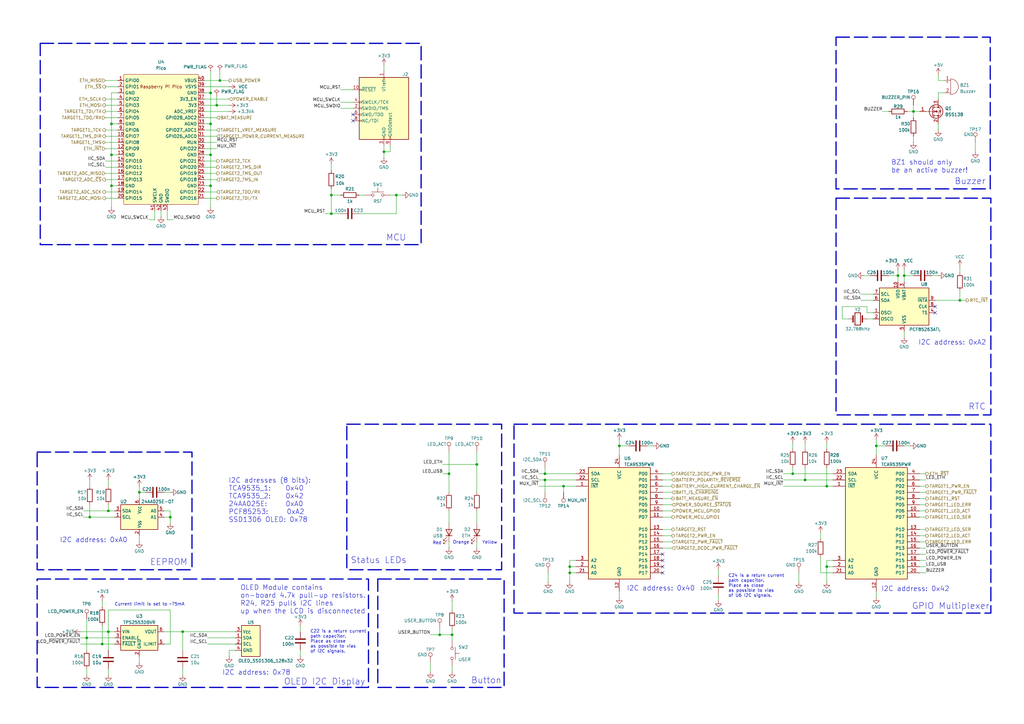
<source format=kicad_sch>
(kicad_sch (version 20231120) (generator "eeschema") (generator_version "8.0")
  (paper "A3")
  (title_block (title "YukaLink rev. D") (date "2024-10-23") (comment 2 "Designed by: Dmitry Rezvanov (https://github.com/Misaka0x2730)"))
  (lib_symbols
    (symbol "Connector:Conn_ARM_JTAG_SWD_10" (pin_names (offset 1.016))
      (property "Reference" "J" (at -2.54 16.51 0))
      (property "Value" "Conn_ARM_JTAG_SWD_10" (at -2.54 13.97 0))
      (symbol "Conn_ARM_JTAG_SWD_10_1_1"
        (pin power_in line (at 0 15.24 270) (length 2.54) (name "VTref") (number "1"))
        (pin open_collector line (at 12.7 7.62 180) (length 2.54) (name "~{RESET}") (number "10"))
        (pin bidirectional line (at 12.7 0 180) (length 2.54) (name "SWDIO/TMS") (number "2"))
        (pin power_in line (at 0 -15.24 90) (length 2.54) (name "GND") (number "3"))
        (pin output line (at 12.7 2.54 180) (length 2.54) (name "SWCLK/TCK") (number "4"))
        (pin passive line (at 0 -15.24 90) (length 2.54) hide (name "GND") (number "5"))
        (pin input line (at 12.7 -2.54 180) (length 2.54) (name "SWO/TDO") (number "6"))
        (pin no_connect line (at -10.16 0 0) (length 2.54) hide (name "KEY") (number "7"))
        (pin output line (at 12.7 -5.08 180) (length 2.54) (name "NC/TDI") (number "8"))
        (pin passive line (at -2.54 -15.24 90) (length 2.54) (name "GNDDetect") (number "9"))
      )
    )
    (symbol "Connector:TestPoint" (pin_numbers hide) (pin_names (offset 0.762) hide)
      (property "Reference" "TP" (at 0 6.858 0))
      (property "Value" "TestPoint" (at 0 5.08 0))
      (symbol "TestPoint_1_1"
        (pin passive line (at 0 0 90) (length 2.54) (name "1") (number "1"))
      )
    )
    (symbol "Device:Buzzer" (pin_names (offset 0.0254) hide)
      (property "Reference" "BZ" (at 3.81 1.27 0))
      (property "Value" "Buzzer" (at 3.81 -1.27 0))
      (symbol "Buzzer_1_1"
        (pin passive line (at -2.54 2.54 0) (length 2.54) (name "+") (number "1"))
        (pin passive line (at -2.54 -2.54 0) (length 2.54) (name "-") (number "2"))
      )
    )
    (symbol "Device:C" (pin_numbers hide) (pin_names (offset 0.254))
      (property "Reference" "C" (at 0.635 2.54 0))
      (property "Value" "C" (at 0.635 -2.54 0))
      (symbol "C_1_1"
        (pin passive line (at 0 3.81 270) (length 2.794) (name "~") (number "1"))
        (pin passive line (at 0 -3.81 90) (length 2.794) (name "~") (number "2"))
      )
    )
    (symbol "Device:Crystal" (pin_numbers hide) (pin_names (offset 1.016) hide)
      (property "Reference" "Y" (at 0 3.81 0))
      (property "Value" "Crystal" (at 0 -3.81 0))
      (symbol "Crystal_1_1"
        (pin passive line (at -3.81 0 0) (length 1.27) (name "1") (number "1"))
        (pin passive line (at 3.81 0 180) (length 1.27) (name "2") (number "2"))
      )
    )
    (symbol "Device:LED" (pin_numbers hide) (pin_names (offset 1.016) hide)
      (property "Reference" "D" (at 0 2.54 0))
      (property "Value" "LED" (at 0 -2.54 0))
      (symbol "LED_1_1"
        (pin passive line (at -3.81 0 0) (length 2.54) (name "K") (number "1"))
        (pin passive line (at 3.81 0 180) (length 2.54) (name "A") (number "2"))
      )
    )
    (symbol "Device:R" (pin_numbers hide) (pin_names (offset 0))
      (property "Reference" "R" (at 2.032 0 90))
      (property "Value" "R" (at 0 0 90))
      (symbol "R_1_1"
        (pin passive line (at 0 3.81 270) (length 1.27) (name "~") (number "1"))
        (pin passive line (at 0 -3.81 90) (length 1.27) (name "~") (number "2"))
      )
    )
    (symbol "Display_Graphic:OLED_SSD1306_128x32"
      (property "Reference" "U" (at -3.302 7.874 0))
      (property "Value" "OLED_SSD1306_128x32" (at -3.81 -7.874 0))
      (symbol "OLED_SSD1306_128x32_1_1"
        (pin bidirectional line (at 6.35 1.27 180) (length 2.54) (name "SDA") (number "1"))
        (pin input line (at 6.35 -1.27 180) (length 2.54) (name "SCL") (number "2"))
        (pin power_in line (at 6.35 3.81 180) (length 2.54) (name "V_{CC}") (number "3"))
        (pin power_in line (at 6.35 -3.81 180) (length 2.54) (name "GND") (number "4"))
      )
    )
    (symbol "Interface_Expansion:TCA9535PWR" (pin_names (offset 1.016))
      (property "Reference" "U" (at -11.43 24.13 0))
      (property "Value" "TCA9535PWR" (at 0 0 0))
      (symbol "TCA9535PWR_1_1"
        (pin open_collector line (at -17.78 15.24 0) (length 5.08) (name "~{INT}") (number "1"))
        (pin bidirectional line (at 17.78 5.08 180) (length 5.08) (name "P06") (number "10"))
        (pin bidirectional line (at 17.78 2.54 180) (length 5.08) (name "P07") (number "11"))
        (pin power_in line (at 0 -27.94 90) (length 5.08) (name "GND") (number "12"))
        (pin bidirectional line (at 17.78 -2.54 180) (length 5.08) (name "P10") (number "13"))
        (pin bidirectional line (at 17.78 -5.08 180) (length 5.08) (name "P11") (number "14"))
        (pin bidirectional line (at 17.78 -7.62 180) (length 5.08) (name "P12") (number "15"))
        (pin bidirectional line (at 17.78 -10.16 180) (length 5.08) (name "P13") (number "16"))
        (pin bidirectional line (at 17.78 -12.7 180) (length 5.08) (name "P14") (number "17"))
        (pin bidirectional line (at 17.78 -15.24 180) (length 5.08) (name "P15") (number "18"))
        (pin bidirectional line (at 17.78 -17.78 180) (length 5.08) (name "P16") (number "19"))
        (pin input line (at -17.78 -17.78 0) (length 5.08) (name "A1") (number "2"))
        (pin bidirectional line (at 17.78 -20.32 180) (length 5.08) (name "P17") (number "20"))
        (pin input line (at -17.78 -20.32 0) (length 5.08) (name "A0") (number "21"))
        (pin input line (at -17.78 17.78 0) (length 5.08) (name "SCL") (number "22"))
        (pin bidirectional line (at -17.78 20.32 0) (length 5.08) (name "SDA") (number "23"))
        (pin power_in line (at 0 27.94 270) (length 5.08) (name "VCC") (number "24"))
        (pin input line (at -17.78 -15.24 0) (length 5.08) (name "A2") (number "3"))
        (pin bidirectional line (at 17.78 20.32 180) (length 5.08) (name "P00") (number "4"))
        (pin bidirectional line (at 17.78 17.78 180) (length 5.08) (name "P01") (number "5"))
        (pin bidirectional line (at 17.78 15.24 180) (length 5.08) (name "P02") (number "6"))
        (pin bidirectional line (at 17.78 12.7 180) (length 5.08) (name "P03") (number "7"))
        (pin bidirectional line (at 17.78 10.16 180) (length 5.08) (name "P04") (number "8"))
        (pin bidirectional line (at 17.78 7.62 180) (length 5.08) (name "P05") (number "9"))
      )
    )
    (symbol "MCU_RaspberryPi:Pico"
      (property "Reference" "U" (at -13.97 27.94 0))
      (property "Value" "Pico" (at 0 19.05 0))
      (symbol "Pico_0_0"
        (text "Raspberry Pi Pico" (at 0 21.59 0) (effects (font (size 1.27 1.27))))
      )
      (symbol "Pico_1_1"
        (pin bidirectional line (at -17.78 24.13 0) (length 2.54) (name "GPIO0") (number "1"))
        (pin bidirectional line (at -17.78 1.27 0) (length 2.54) (name "GPIO7") (number "10"))
        (pin bidirectional line (at -17.78 -1.27 0) (length 2.54) (name "GPIO8") (number "11"))
        (pin bidirectional line (at -17.78 -3.81 0) (length 2.54) (name "GPIO9") (number "12"))
        (pin power_in line (at -17.78 -6.35 0) (length 2.54) (name "GND") (number "13"))
        (pin bidirectional line (at -17.78 -8.89 0) (length 2.54) (name "GPIO10") (number "14"))
        (pin bidirectional line (at -17.78 -11.43 0) (length 2.54) (name "GPIO11") (number "15"))
        (pin bidirectional line (at -17.78 -13.97 0) (length 2.54) (name "GPIO12") (number "16"))
        (pin bidirectional line (at -17.78 -16.51 0) (length 2.54) (name "GPIO13") (number "17"))
        (pin power_in line (at -17.78 -19.05 0) (length 2.54) (name "GND") (number "18"))
        (pin bidirectional line (at -17.78 -21.59 0) (length 2.54) (name "GPIO14") (number "19"))
        (pin bidirectional line (at -17.78 21.59 0) (length 2.54) (name "GPIO1") (number "2"))
        (pin bidirectional line (at -17.78 -24.13 0) (length 2.54) (name "GPIO15") (number "20"))
        (pin bidirectional line (at 17.78 -24.13 180) (length 2.54) (name "GPIO16") (number "21"))
        (pin bidirectional line (at 17.78 -21.59 180) (length 2.54) (name "GPIO17") (number "22"))
        (pin power_in line (at 17.78 -19.05 180) (length 2.54) (name "GND") (number "23"))
        (pin bidirectional line (at 17.78 -16.51 180) (length 2.54) (name "GPIO18") (number "24"))
        (pin bidirectional line (at 17.78 -13.97 180) (length 2.54) (name "GPIO19") (number "25"))
        (pin bidirectional line (at 17.78 -11.43 180) (length 2.54) (name "GPIO20") (number "26"))
        (pin bidirectional line (at 17.78 -8.89 180) (length 2.54) (name "GPIO21") (number "27"))
        (pin power_in line (at 17.78 -6.35 180) (length 2.54) (name "GND") (number "28"))
        (pin bidirectional line (at 17.78 -3.81 180) (length 2.54) (name "GPIO22") (number "29"))
        (pin power_in line (at -17.78 19.05 0) (length 2.54) (name "GND") (number "3"))
        (pin input line (at 17.78 -1.27 180) (length 2.54) (name "RUN") (number "30"))
        (pin bidirectional line (at 17.78 1.27 180) (length 2.54) (name "GPIO26_ADC0") (number "31"))
        (pin bidirectional line (at 17.78 3.81 180) (length 2.54) (name "GPIO27_ADC1") (number "32"))
        (pin power_in line (at 17.78 6.35 180) (length 2.54) (name "AGND") (number "33"))
        (pin bidirectional line (at 17.78 8.89 180) (length 2.54) (name "GPIO28_ADC2") (number "34"))
        (pin power_in line (at 17.78 11.43 180) (length 2.54) (name "ADC_VREF") (number "35"))
        (pin power_in line (at 17.78 13.97 180) (length 2.54) (name "3V3") (number "36"))
        (pin input line (at 17.78 16.51 180) (length 2.54) (name "3V3_EN") (number "37"))
        (pin bidirectional line (at 17.78 19.05 180) (length 2.54) (name "GND") (number "38"))
        (pin power_in line (at 17.78 21.59 180) (length 2.54) (name "VSYS") (number "39"))
        (pin bidirectional line (at -17.78 16.51 0) (length 2.54) (name "GPIO2") (number "4"))
        (pin power_in line (at 17.78 24.13 180) (length 2.54) (name "VBUS") (number "40"))
        (pin input line (at -2.54 -29.21 90) (length 2.54) (name "SWCLK") (number "41"))
        (pin power_in line (at 0 -29.21 90) (length 2.54) (name "GND") (number "42"))
        (pin bidirectional line (at 2.54 -29.21 90) (length 2.54) (name "SWDIO") (number "43"))
        (pin bidirectional line (at -17.78 13.97 0) (length 2.54) (name "GPIO3") (number "5"))
        (pin bidirectional line (at -17.78 11.43 0) (length 2.54) (name "GPIO4") (number "6"))
        (pin bidirectional line (at -17.78 8.89 0) (length 2.54) (name "GPIO5") (number "7"))
        (pin power_in line (at -17.78 6.35 0) (length 2.54) (name "GND") (number "8"))
        (pin bidirectional line (at -17.78 3.81 0) (length 2.54) (name "GPIO6") (number "9"))
      )
    )
    (symbol "MIC20x9:TPS2553DBVR"
      (property "Reference" "U" (at -7.62 6.35 0))
      (property "Value" "TPS2553DBVR" (at 13.97 6.35 0))
      (symbol "TPS2553DBVR_1_1"
        (pin power_in line (at -10.16 2.54 0) (length 2.54) (name "VIN") (number "1"))
        (pin power_in line (at 0 -7.62 90) (length 2.54) (name "GND") (number "2"))
        (pin input line (at -10.16 0 0) (length 2.54) (name "ENABLE") (number "3"))
        (pin open_collector line (at -10.16 -2.54 0) (length 2.54) (name "~{FAULT}") (number "4"))
        (pin passive line (at 10.16 -2.54 180) (length 2.54) (name "ILIMIT") (number "5"))
        (pin power_out line (at 10.16 2.54 180) (length 2.54) (name "VOUT") (number "6"))
      )
    )
    (symbol "Memory_EEPROM:24AA025E-OT"
      (property "Reference" "U" (at -6.35 6.35 0))
      (property "Value" "24AA025E-OT" (at 1.27 6.35 0))
      (symbol "24AA025E-OT_1_1"
        (pin input line (at 10.16 0 180) (length 2.54) (name "SCL") (number "1"))
        (pin power_in line (at 0 -7.62 90) (length 2.54) (name "V_{SS}") (number "2"))
        (pin bidirectional line (at 10.16 2.54 180) (length 2.54) (name "SDA") (number "3"))
        (pin input line (at -10.16 0 0) (length 2.54) (name "A1") (number "4"))
        (pin input line (at -10.16 2.54 0) (length 2.54) (name "A0") (number "5"))
        (pin power_in line (at 0 7.62 270) (length 2.54) (name "V_{CC}") (number "6"))
      )
    )
    (symbol "Switch:SW_Push" (pin_numbers hide) (pin_names (offset 1.016) hide)
      (property "Reference" "SW" (at 1.27 2.54 0))
      (property "Value" "SW_Push" (at 0 -1.524 0))
      (symbol "SW_Push_0_1"
        (pin passive line (at -5.08 0 0) (length 2.54) (name "1") (number "1"))
        (pin passive line (at 5.08 0 180) (length 2.54) (name "2") (number "2"))
      )
    )
    (symbol "Timer_RTC:PCF85263ATT1"
      (property "Reference" "U" (at -8.89 8.89 0))
      (property "Value" "PCF85263ATT1" (at 1.27 8.89 0))
      (symbol "PCF85263ATT1_1_1"
        (pin input line (at -12.7 -2.54 0) (length 2.54) (name "OSCI") (number "1"))
        (pin power_in line (at -2.54 10.16 270) (length 2.54) (name "VDD") (number "10"))
        (pin output line (at -12.7 -5.08 0) (length 2.54) (name "OSCO") (number "2"))
        (pin power_in line (at 0 10.16 270) (length 2.54) (name "VBAT") (number "3"))
        (pin bidirectional line (at 12.7 -2.54 180) (length 2.54) (name "TS") (number "4"))
        (pin power_in line (at 0 -10.16 90) (length 2.54) (name "VSS") (number "5"))
        (pin bidirectional line (at -12.7 2.54 0) (length 2.54) (name "SDA") (number "6"))
        (pin input line (at -12.7 5.08 0) (length 2.54) (name "SCL") (number "7"))
        (pin output line (at 12.7 0 180) (length 2.54) (name "CLK") (number "8"))
        (pin open_collector line (at 12.7 2.54 180) (length 2.54) (name "~{INTA}") (number "9"))
      )
    )
    (symbol "Transistor_FET:BSS138" (pin_names hide)
      (property "Reference" "Q" (at 5.08 1.905 0))
      (property "Value" "BSS138" (at 5.08 0 0))
      (symbol "BSS138_1_1"
        (pin input line (at -5.08 0 0) (length 2.54) (name "G") (number "1"))
        (pin passive line (at 2.54 -5.08 90) (length 2.54) (name "S") (number "2"))
        (pin passive line (at 2.54 5.08 270) (length 2.54) (name "D") (number "3"))
      )
    )
    (symbol "power:+3.3VA" (power) (pin_numbers hide) (pin_names (offset 0) hide)
      (property "Value" "+3.3VA" (at 0 3.556 0))
      (symbol "+3.3VA_1_1"
        (pin power_in line (at 0 0 90) (length 0) (name "~") (number "1"))
      )
    )
    (symbol "power:+3V3" (power) (pin_numbers hide) (pin_names (offset 0) hide)
      (property "Value" "+3V3" (at 0 3.556 0))
      (symbol "+3V3_1_1"
        (pin power_in line (at 0 0 90) (length 0) (name "~") (number "1"))
      )
    )
    (symbol "power:+5V" (power) (pin_numbers hide) (pin_names (offset 0) hide)
      (property "Value" "+5V" (at 0 3.556 0))
      (symbol "+5V_1_1"
        (pin power_in line (at 0 0 90) (length 0) (name "~") (number "1"))
      )
    )
    (symbol "power:GND" (power) (pin_numbers hide) (pin_names (offset 0) hide)
      (property "Value" "GND" (at 0 -3.81 0))
      (symbol "GND_1_1"
        (pin power_in line (at 0 0 270) (length 0) (name "~") (number "1"))
      )
    )
    (symbol "power:PWR_FLAG" (power) (pin_numbers hide) (pin_names (offset 0) hide)
      (property "Value" "PWR_FLAG" (at 0 3.81 0))
      (symbol "PWR_FLAG_0_0"
        (pin power_out line (at 0 0 90) (length 0) (name "~") (number "1"))
      )
    )
    (symbol "power:VCC" (power) (pin_numbers hide) (pin_names (offset 0) hide)
      (property "Value" "VCC" (at 0 3.556 0))
      (symbol "VCC_1_1"
        (pin power_in line (at 0 0 90) (length 0) (name "~") (number "1"))
      )
    )
  )
  (junction (at 339.09 199.39))
  (junction (at 135.89 80.01))
  (junction (at 231.14 199.39))
  (junction (at 185.42 260.35))
  (junction (at 44.45 209.55) (diameter 0.9144))
  (junction (at 370.84 113.03))
  (junction (at 135.89 87.63))
  (junction (at 86.36 38.1))
  (junction (at 368.3 113.03))
  (junction (at 36.83 212.09) (diameter 0.9144))
  (junction (at 45.72 50.8))
  (junction (at 330.2 196.85))
  (junction (at 359.41 182.88))
  (junction (at 223.52 194.31))
  (junction (at 184.15 194.31))
  (junction (at 233.68 232.41))
  (junction (at 254 182.88))
  (junction (at 223.52 196.85))
  (junction (at 233.68 234.95))
  (junction (at 339.09 232.41))
  (junction (at 57.15 201.93) (diameter 0.9144))
  (junction (at 35.56 261.62))
  (junction (at 162.56 80.01))
  (junction (at 195.58 190.5))
  (junction (at 44.45 259.08))
  (junction (at 69.85 212.09))
  (junction (at 393.7 123.19))
  (junction (at 74.93 259.08))
  (junction (at 88.9 43.18))
  (junction (at 90.17 33.02))
  (junction (at 86.36 50.8))
  (junction (at 86.36 76.2))
  (junction (at 45.72 63.5))
  (junction (at 86.36 63.5))
  (junction (at 374.65 45.72))
  (junction (at 41.91 264.16))
  (junction (at 325.12 194.31))
  (junction (at 180.34 260.35))
  (junction (at 45.72 76.2))
  (junction (at 157.48 62.23))
  (no_connect (at 144.78 46.99))
  (no_connect (at 144.78 49.53))
  (no_connect (at 383.54 128.27))
  (no_connect (at 271.78 229.87))
  (no_connect (at 271.78 234.95))
  (no_connect (at 271.78 232.41))
  (no_connect (at 271.78 227.33))
  (no_connect (at 383.54 125.73))
  (wire (pts (xy 135.89 80.01) (xy 135.89 87.63)))
  (wire (pts (xy 67.31 201.93) (xy 69.85 201.93)))
  (wire (pts (xy 374.65 48.26) (xy 374.65 45.72)))
  (wire (pts (xy 377.19 232.41) (xy 379.73 232.41)))
  (wire (pts (xy 271.78 212.09) (xy 275.59 212.09)))
  (wire (pts (xy 359.41 182.88) (xy 363.22 182.88)))
  (wire (pts (xy 220.98 196.85) (xy 223.52 196.85)))
  (wire (pts (xy 294.64 233.68) (xy 294.64 236.22)))
  (wire (pts (xy 384.81 30.48) (xy 384.81 33.02)))
  (wire (pts (xy 160.02 59.69) (xy 160.02 62.23)))
  (wire (pts (xy 160.02 62.23) (xy 157.48 62.23)))
  (wire (pts (xy 83.82 66.04) (xy 88.9 66.04)))
  (wire (pts (xy 48.26 35.56) (xy 43.18 35.56)))
  (wire (pts (xy 184.15 222.25) (xy 184.15 224.79)))
  (wire (pts (xy 185.42 260.35) (xy 185.42 262.89)))
  (wire (pts (xy 85.09 261.62) (xy 96.52 261.62)))
  (wire (pts (xy 393.7 123.19) (xy 396.24 123.19)))
  (wire (pts (xy 176.53 260.35) (xy 180.34 260.35)))
  (wire (pts (xy 71.12 90.17) (xy 68.58 90.17)))
  (wire (pts (xy 67.31 209.55) (xy 69.85 209.55)))
  (wire (pts (xy 44.45 259.08) (xy 46.99 259.08)))
  (wire (pts (xy 135.89 67.31) (xy 135.89 69.85)))
  (wire (pts (xy 223.52 196.85) (xy 223.52 201.93)))
  (wire (pts (xy 355.6 125.73) (xy 345.44 125.73)))
  (wire (pts (xy 384.81 38.1) (xy 387.35 38.1)))
  (wire (pts (xy 139.7 80.01) (xy 135.89 80.01)))
  (wire (pts (xy 330.2 191.77) (xy 330.2 196.85)))
  (wire (pts (xy 185.42 273.05) (xy 185.42 275.59)))
  (wire (pts (xy 43.18 78.74) (xy 48.26 78.74)))
  (wire (pts (xy 321.31 194.31) (xy 325.12 194.31)))
  (wire (pts (xy 43.18 71.12) (xy 48.26 71.12)))
  (wire (pts (xy 83.82 71.12) (xy 88.9 71.12)))
  (wire (pts (xy 44.45 274.32) (xy 44.45 276.86)))
  (wire (pts (xy 195.58 185.42) (xy 195.58 190.5)))
  (wire (pts (xy 195.58 190.5) (xy 195.58 201.93)))
  (wire (pts (xy 368.3 113.03) (xy 368.3 115.57)))
  (wire (pts (xy 359.41 182.88) (xy 359.41 186.69)))
  (wire (pts (xy 33.02 259.08) (xy 44.45 259.08)))
  (wire (pts (xy 83.82 81.28) (xy 88.9 81.28)))
  (wire (pts (xy 34.29 212.09) (xy 36.83 212.09)))
  (wire (pts (xy 83.82 48.26) (xy 88.9 48.26)))
  (wire (pts (xy 330.2 181.61) (xy 330.2 184.15)))
  (wire (pts (xy 233.68 234.95) (xy 236.22 234.95)))
  (wire (pts (xy 339.09 232.41) (xy 341.63 232.41)))
  (wire (pts (xy 377.19 209.55) (xy 379.73 209.55)))
  (wire (pts (xy 353.06 123.19) (xy 358.14 123.19)))
  (wire (pts (xy 370.84 115.57) (xy 370.84 113.03)))
  (wire (pts (xy 123.19 266.7) (xy 123.19 269.24)))
  (wire (pts (xy 271.78 194.31) (xy 275.59 194.31)))
  (wire (pts (xy 165.1 80.01) (xy 162.56 80.01)))
  (wire (pts (xy 41.91 246.38) (xy 41.91 248.92)))
  (wire (pts (xy 86.36 38.1) (xy 83.82 38.1)))
  (wire (pts (xy 195.58 222.25) (xy 195.58 224.79)))
  (wire (pts (xy 181.61 190.5) (xy 195.58 190.5)))
  (wire (pts (xy 93.98 269.24) (xy 93.98 266.7)))
  (wire (pts (xy 36.83 212.09) (xy 36.83 207.01)))
  (wire (pts (xy 46.99 212.09) (xy 36.83 212.09)))
  (wire (pts (xy 35.56 274.32) (xy 35.56 276.86)))
  (wire (pts (xy 144.78 44.45) (xy 139.7 44.45)))
  (wire (pts (xy 90.17 29.21) (xy 90.17 33.02)))
  (wire (pts (xy 43.18 53.34) (xy 48.26 53.34)))
  (wire (pts (xy 34.29 209.55) (xy 44.45 209.55)))
  (wire (pts (xy 184.15 185.42) (xy 184.15 194.31)))
  (wire (pts (xy 180.34 257.81) (xy 180.34 260.35)))
  (wire (pts (xy 294.64 243.84) (xy 294.64 246.38)))
  (wire (pts (xy 90.17 33.02) (xy 93.98 33.02)))
  (wire (pts (xy 43.18 73.66) (xy 48.26 73.66)))
  (wire (pts (xy 57.15 269.24) (xy 57.15 271.78)))
  (wire (pts (xy 43.18 58.42) (xy 48.26 58.42)))
  (wire (pts (xy 271.78 222.25) (xy 275.59 222.25)))
  (wire (pts (xy 44.45 250.19) (xy 44.45 259.08)))
  (wire (pts (xy 162.56 80.01) (xy 160.02 80.01)))
  (wire (pts (xy 35.56 254) (xy 35.56 261.62)))
  (wire (pts (xy 86.36 29.21) (xy 86.36 38.1)))
  (wire (pts (xy 63.5 90.17) (xy 63.5 86.36)))
  (wire (pts (xy 83.82 73.66) (xy 88.9 73.66)))
  (wire (pts (xy 43.18 81.28) (xy 48.26 81.28)))
  (wire (pts (xy 43.18 68.58) (xy 48.26 68.58)))
  (wire (pts (xy 271.78 201.93) (xy 275.59 201.93)))
  (wire (pts (xy 162.56 87.63) (xy 147.32 87.63)))
  (wire (pts (xy 45.72 63.5) (xy 45.72 50.8)))
  (wire (pts (xy 345.44 125.73) (xy 345.44 130.81)))
  (wire (pts (xy 184.15 194.31) (xy 184.15 201.93)))
  (wire (pts (xy 83.82 58.42) (xy 88.9 58.42)))
  (wire (pts (xy 83.82 78.74) (xy 88.9 78.74)))
  (wire (pts (xy 355.6 130.81) (xy 358.14 130.81)))
  (wire (pts (xy 41.91 256.54) (xy 41.91 264.16)))
  (wire (pts (xy 336.55 218.44) (xy 336.55 220.98)))
  (wire (pts (xy 254 242.57) (xy 254 245.11)))
  (wire (pts (xy 339.09 232.41) (xy 339.09 238.76)))
  (wire (pts (xy 69.85 264.16) (xy 69.85 250.19)))
  (wire (pts (xy 60.96 90.17) (xy 63.5 90.17)))
  (wire (pts (xy 157.48 59.69) (xy 157.48 62.23)))
  (wire (pts (xy 157.48 62.23) (xy 157.48 64.77)))
  (wire (pts (xy 359.41 242.57) (xy 359.41 245.11)))
  (wire (pts (xy 233.68 229.87) (xy 236.22 229.87)))
  (wire (pts (xy 86.36 63.5) (xy 86.36 50.8)))
  (wire (pts (xy 48.26 33.02) (xy 43.18 33.02)))
  (wire (pts (xy 220.98 194.31) (xy 223.52 194.31)))
  (wire (pts (xy 35.56 261.62) (xy 35.56 266.7)))
  (wire (pts (xy 271.78 196.85) (xy 275.59 196.85)))
  (wire (pts (xy 43.18 55.88) (xy 48.26 55.88)))
  (wire (pts (xy 43.18 60.96) (xy 48.26 60.96)))
  (wire (pts (xy 231.14 199.39) (xy 231.14 201.93)))
  (wire (pts (xy 45.72 38.1) (xy 48.26 38.1)))
  (wire (pts (xy 44.45 259.08) (xy 44.45 266.7)))
  (wire (pts (xy 45.72 50.8) (xy 48.26 50.8)))
  (wire (pts (xy 69.85 212.09) (xy 67.31 212.09)))
  (wire (pts (xy 43.18 66.04) (xy 48.26 66.04)))
  (wire (pts (xy 321.31 199.39) (xy 339.09 199.39)))
  (wire (pts (xy 271.78 219.71) (xy 275.59 219.71)))
  (wire (pts (xy 83.82 45.72) (xy 93.98 45.72)))
  (wire (pts (xy 67.31 264.16) (xy 69.85 264.16)))
  (wire (pts (xy 45.72 63.5) (xy 48.26 63.5)))
  (wire (pts (xy 88.9 39.37) (xy 88.9 43.18)))
  (wire (pts (xy 271.78 204.47) (xy 275.59 204.47)))
  (wire (pts (xy 345.44 130.81) (xy 347.98 130.81)))
  (wire (pts (xy 33.02 264.16) (xy 41.91 264.16)))
  (wire (pts (xy 325.12 181.61) (xy 325.12 184.15)))
  (wire (pts (xy 69.85 214.63) (xy 69.85 212.09)))
  (wire (pts (xy 83.82 63.5) (xy 86.36 63.5)))
  (wire (pts (xy 377.19 201.93) (xy 379.73 201.93)))
  (wire (pts (xy 339.09 232.41) (xy 339.09 229.87)))
  (wire (pts (xy 370.84 182.88) (xy 373.38 182.88)))
  (wire (pts (xy 83.82 43.18) (xy 88.9 43.18)))
  (wire (pts (xy 69.85 209.55) (xy 69.85 212.09)))
  (wire (pts (xy 377.19 219.71) (xy 379.73 219.71)))
  (wire (pts (xy 41.91 264.16) (xy 46.99 264.16)))
  (wire (pts (xy 181.61 194.31) (xy 184.15 194.31)))
  (wire (pts (xy 383.54 123.19) (xy 393.7 123.19)))
  (wire (pts (xy 377.19 234.95) (xy 379.73 234.95)))
  (wire (pts (xy 144.78 36.83) (xy 139.7 36.83)))
  (wire (pts (xy 393.7 123.19) (xy 393.7 119.38)))
  (wire (pts (xy 384.81 50.8) (xy 384.81 53.34)))
  (wire (pts (xy 68.58 90.17) (xy 68.58 86.36)))
  (wire (pts (xy 374.65 43.18) (xy 374.65 45.72)))
  (wire (pts (xy 384.81 40.64) (xy 384.81 38.1)))
  (wire (pts (xy 83.82 35.56) (xy 93.98 35.56)))
  (wire (pts (xy 233.68 232.41) (xy 236.22 232.41)))
  (wire (pts (xy 377.19 207.01) (xy 379.73 207.01)))
  (wire (pts (xy 44.45 196.85) (xy 44.45 199.39)))
  (wire (pts (xy 74.93 274.32) (xy 74.93 276.86)))
  (wire (pts (xy 336.55 228.6) (xy 336.55 234.95)))
  (wire (pts (xy 359.41 180.34) (xy 359.41 182.88)))
  (wire (pts (xy 123.19 256.54) (xy 123.19 259.08)))
  (wire (pts (xy 96.52 266.7) (xy 93.98 266.7)))
  (wire (pts (xy 67.31 259.08) (xy 74.93 259.08)))
  (wire (pts (xy 44.45 209.55) (xy 44.45 207.01)))
  (wire (pts (xy 46.99 209.55) (xy 44.45 209.55)))
  (wire (pts (xy 36.83 196.85) (xy 36.83 199.39)))
  (wire (pts (xy 45.72 76.2) (xy 48.26 76.2)))
  (wire (pts (xy 83.82 55.88) (xy 88.9 55.88)))
  (wire (pts (xy 66.04 86.36) (xy 66.04 88.9)))
  (wire (pts (xy 85.09 264.16) (xy 96.52 264.16)))
  (wire (pts (xy 57.15 199.39) (xy 57.15 201.93)))
  (wire (pts (xy 377.19 199.39) (xy 379.73 199.39)))
  (wire (pts (xy 377.19 194.31) (xy 379.73 194.31)))
  (wire (pts (xy 330.2 196.85) (xy 341.63 196.85)))
  (wire (pts (xy 88.9 43.18) (xy 93.98 43.18)))
  (wire (pts (xy 33.02 261.62) (xy 35.56 261.62)))
  (wire (pts (xy 223.52 191.77) (xy 223.52 194.31)))
  (wire (pts (xy 271.78 199.39) (xy 275.59 199.39)))
  (wire (pts (xy 372.11 45.72) (xy 374.65 45.72)))
  (wire (pts (xy 254 180.34) (xy 254 182.88)))
  (wire (pts (xy 254 182.88) (xy 254 186.69)))
  (wire (pts (xy 83.82 68.58) (xy 88.9 68.58)))
  (wire (pts (xy 356.87 113.03) (xy 354.33 113.03)))
  (wire (pts (xy 271.78 224.79) (xy 275.59 224.79)))
  (wire (pts (xy 224.79 234.95) (xy 224.79 238.76)))
  (wire (pts (xy 370.84 110.49) (xy 370.84 113.03)))
  (wire (pts (xy 162.56 87.63) (xy 162.56 80.01)))
  (wire (pts (xy 86.36 50.8) (xy 86.36 38.1)))
  (wire (pts (xy 86.36 76.2) (xy 86.36 63.5)))
  (wire (pts (xy 325.12 191.77) (xy 325.12 194.31)))
  (wire (pts (xy 368.3 110.49) (xy 368.3 113.03)))
  (wire (pts (xy 370.84 113.03) (xy 374.65 113.03)))
  (wire (pts (xy 185.42 257.81) (xy 185.42 260.35)))
  (wire (pts (xy 86.36 85.09) (xy 86.36 76.2)))
  (wire (pts (xy 377.19 217.17) (xy 379.73 217.17)))
  (wire (pts (xy 400.05 58.42) (xy 400.05 62.23)))
  (wire (pts (xy 57.15 201.93) (xy 57.15 204.47)))
  (wire (pts (xy 59.69 201.93) (xy 57.15 201.93)))
  (wire (pts (xy 393.7 109.22) (xy 393.7 111.76)))
  (wire (pts (xy 339.09 229.87) (xy 341.63 229.87)))
  (wire (pts (xy 176.53 271.78) (xy 176.53 275.59)))
  (wire (pts (xy 83.82 60.96) (xy 88.9 60.96)))
  (wire (pts (xy 48.26 43.18) (xy 43.18 43.18)))
  (wire (pts (xy 35.56 261.62) (xy 46.99 261.62)))
  (wire (pts (xy 48.26 40.64) (xy 43.18 40.64)))
  (wire (pts (xy 370.84 135.89) (xy 370.84 138.43)))
  (wire (pts (xy 271.78 209.55) (xy 275.59 209.55)))
  (wire (pts (xy 43.18 45.72) (xy 48.26 45.72)))
  (wire (pts (xy 355.6 128.27) (xy 355.6 125.73)))
  (wire (pts (xy 135.89 77.47) (xy 135.89 80.01)))
  (wire (pts (xy 233.68 234.95) (xy 233.68 232.41)))
  (wire (pts (xy 135.89 87.63) (xy 133.35 87.63)))
  (wire (pts (xy 83.82 33.02) (xy 90.17 33.02)))
  (wire (pts (xy 254 182.88) (xy 257.81 182.88)))
  (wire (pts (xy 45.72 50.8) (xy 45.72 38.1)))
  (wire (pts (xy 361.95 45.72) (xy 364.49 45.72)))
  (wire (pts (xy 364.49 113.03) (xy 368.3 113.03)))
  (wire (pts (xy 374.65 45.72) (xy 377.19 45.72)))
  (wire (pts (xy 83.82 50.8) (xy 86.36 50.8)))
  (wire (pts (xy 74.93 259.08) (xy 74.93 266.7)))
  (wire (pts (xy 57.15 219.71) (xy 57.15 222.25)))
  (wire (pts (xy 327.66 234.95) (xy 327.66 238.76)))
  (wire (pts (xy 382.27 113.03) (xy 384.81 113.03)))
  (wire (pts (xy 83.82 76.2) (xy 86.36 76.2)))
  (wire (pts (xy 339.09 199.39) (xy 341.63 199.39)))
  (wire (pts (xy 74.93 259.08) (xy 96.52 259.08)))
  (wire (pts (xy 377.19 227.33) (xy 379.73 227.33)))
  (wire (pts (xy 265.43 182.88) (xy 267.97 182.88)))
  (wire (pts (xy 144.78 41.91) (xy 139.7 41.91)))
  (wire (pts (xy 387.35 33.02) (xy 384.81 33.02)))
  (wire (pts (xy 185.42 246.38) (xy 185.42 250.19)))
  (wire (pts (xy 321.31 196.85) (xy 330.2 196.85)))
  (wire (pts (xy 377.19 204.47) (xy 379.73 204.47)))
  (wire (pts (xy 223.52 194.31) (xy 236.22 194.31)))
  (wire (pts (xy 45.72 76.2) (xy 45.72 63.5)))
  (wire (pts (xy 231.14 199.39) (xy 236.22 199.39)))
  (wire (pts (xy 325.12 194.31) (xy 341.63 194.31)))
  (wire (pts (xy 377.19 224.79) (xy 379.73 224.79)))
  (wire (pts (xy 339.09 191.77) (xy 339.09 199.39)))
  (wire (pts (xy 83.82 53.34) (xy 88.9 53.34)))
  (wire (pts (xy 223.52 196.85) (xy 236.22 196.85)))
  (wire (pts (xy 69.85 250.19) (xy 44.45 250.19)))
  (wire (pts (xy 83.82 40.64) (xy 93.98 40.64)))
  (wire (pts (xy 358.14 128.27) (xy 355.6 128.27)))
  (wire (pts (xy 336.55 234.95) (xy 341.63 234.95)))
  (wire (pts (xy 195.58 209.55) (xy 195.58 214.63)))
  (wire (pts (xy 377.19 196.85) (xy 379.73 196.85)))
  (wire (pts (xy 149.86 80.01) (xy 147.32 80.01)))
  (wire (pts (xy 374.65 55.88) (xy 374.65 58.42)))
  (wire (pts (xy 271.78 207.01) (xy 275.59 207.01)))
  (wire (pts (xy 233.68 238.76) (xy 233.68 234.95)))
  (wire (pts (xy 377.19 212.09) (xy 379.73 212.09)))
  (wire (pts (xy 220.98 199.39) (xy 231.14 199.39)))
  (wire (pts (xy 180.34 260.35) (xy 185.42 260.35)))
  (wire (pts (xy 377.19 229.87) (xy 379.73 229.87)))
  (wire (pts (xy 233.68 232.41) (xy 233.68 229.87)))
  (wire (pts (xy 157.48 26.67) (xy 157.48 29.21)))
  (wire (pts (xy 43.18 48.26) (xy 48.26 48.26)))
  (wire (pts (xy 184.15 209.55) (xy 184.15 214.63)))
  (wire (pts (xy 353.06 120.65) (xy 358.14 120.65)))
  (wire (pts (xy 339.09 181.61) (xy 339.09 184.15)))
  (wire (pts (xy 271.78 217.17) (xy 275.59 217.17)))
  (wire (pts (xy 377.19 222.25) (xy 379.73 222.25)))
  (wire (pts (xy 45.72 85.09) (xy 45.72 76.2)))
  (wire (pts (xy 139.7 87.63) (xy 135.89 87.63)))
  (rectangle (start 142.24 173.99) (end 205.74 233.68) (stroke (width 0.5) (type dash)))
  (rectangle (start 15.24 185.42) (end 78.74 233.68) (stroke (width 0.5) (type dash)))
  (rectangle (start 342.9 15.24) (end 406.146 77.47) (stroke (width 0.5) (type dash)))
  (rectangle (start 342.9 81.28) (end 406.4 170.18) (stroke (width 0.5) (type dash)))
  (rectangle (start 154.94 237.49) (end 206.756 281.94) (stroke (width 0.5) (type dash)))
  (rectangle (start 15.24 237.49) (end 151.13 281.94) (stroke (width 0.5) (type dash)))
  (rectangle (start 210.82 173.99) (end 406.4 251.46) (stroke (width 0.5) (type dash)))
  (rectangle (start 16.51 17.78) (end 172.72 100.33) (stroke (width 0.5) (type dash)))
  (text "I2C address: 0xA0" (at 52.324 222.758 0) (effects (font (size 2 2)) (justify right bottom)))
  (text "I2C address: 0xA2" (at 376.682 141.732 0) (effects (font (size 2 2)) (justify left bottom)))
  (text "Current limit is set to ~75mA" (at 46.99 248.666 0) (effects (font (size 1.27 1.27)) (justify left bottom)))
  (text "OLED I2C Display" (at 149.86 281.178 0) (effects (font (size 2.54 2.54)) (justify right bottom)))
  (text "I2C address: 0x40" (at 257.048 242.57 0) (effects (font (size 2 2)) (justify left bottom)))
  (text "RTC" (at 404.368 168.402 0) (effects (font (size 2.54 2.54)) (justify right bottom)))
  (text "I2C address: 0x78" (at 91.186 277.114 0) (effects (font (size 2 2)) (justify left bottom)))
  (text "Buzzer" (at 404.368 75.946 0) (effects (font (size 2.54 2.54)) (justify right bottom)))
  (text "Yellow" (at 203.962 223.266 0) (effects (font (size 1.27 1.27)) (justify right bottom)))
  (text "C22 is a return current\npath capacitor.\nPlace as close\nas possible to vias\nof I2C signals." (at 127.254 267.97 0) (effects (font (size 1.27 1.27)) (justify left bottom)))
  (text "Red" (at 181.102 223.52 0) (effects (font (size 1.27 1.27)) (justify right bottom)))
  (text "OLED Module contains\non-board 4.7k pull-up resistors.\nR24, R25 pulls I2C lines\nup when the LCD is disconnected" (at 98.552 251.968 0) (effects (font (size 2 2)) (justify left bottom)))
  (text "I2C adresses (8 bits):\nTCA9535_1:    0x40\nTCA9535_2:    0x42\n24AA025E:     0xA0\nPCF85253:     0xA2\nSSD1306 OLED: 0x78" (at 93.726 205.232 0) (effects (font (size 2 2)) (justify left)))
  (text "Button" (at 205.74 280.67 0) (effects (font (size 2.54 2.54)) (justify right bottom)))
  (text "I2C address: 0x42" (at 361.442 242.824 0) (effects (font (size 2 2)) (justify left bottom)))
  (text "GPIO Multiplexer" (at 405.892 250.19 0) (effects (font (size 2.54 2.54)) (justify right bottom)))
  (text "EEPROM" (at 76.962 232.156 0) (effects (font (size 2.54 2.54)) (justify right bottom)))
  (text "Status LEDs" (at 143.764 231.394 0) (effects (font (size 2.54 2.54)) (justify left bottom)))
  (text "C24 is a return current\npath capacitor.\nPlace as close\nas possible to vias\nof U6 I2C signals." (at 298.704 245.11 0) (effects (font (size 1.27 1.27)) (justify left bottom)))
  (text "Orange" (at 192.532 223.266 0) (effects (font (size 1.27 1.27)) (justify right bottom)))
  (text "MCU" (at 166.624 99.06 0) (effects (font (size 2.54 2.54)) (justify right bottom)))
  (text "BZ1 should only\nbe an active buzzer!" (at 365.506 71.12 0) (effects (font (size 2 2)) (justify left bottom)))
  (label "IIC_SCL" (at 34.29 212.09 180))
  (label "LCD_~{POWER_FAULT}" (at 379.73 227.33 0))
  (label "LED_ETH" (at 181.61 190.5 180))
  (label "IIC_SDA" (at 85.09 261.62 180))
  (label "LCD_~{POWER_FAULT}" (at 33.02 264.16 180))
  (label "MUX_~{INT}" (at 321.31 199.39 180))
  (label "USER_BUTTON" (at 176.53 260.35 180))
  (label "IIC_SCL" (at 353.06 120.65 180))
  (label "MCU_RST" (at 133.35 87.63 180))
  (label "BUZZER" (at 379.73 234.95 0))
  (label "LCD_POWER_EN" (at 33.02 261.62 180))
  (label "MCU_RST" (at 88.9 58.42 0))
  (label "IIC_SDA" (at 34.29 209.55 180))
  (label "MCU_SWCLK" (at 60.96 90.17 180))
  (label "LED_USB" (at 181.61 194.31 180))
  (label "LCD_POWER_EN" (at 379.73 229.87 0))
  (label "MCU_SWCLK" (at 139.7 41.91 180))
  (label "IIC_SDA" (at 220.98 194.31 180))
  (label "IIC_SCL" (at 220.98 196.85 180))
  (label "IIC_SCL" (at 321.31 196.85 180))
  (label "BUZZER" (at 361.95 45.72 180))
  (label "IIC_SCL" (at 43.18 68.58 180))
  (label "LED_USB" (at 379.73 232.41 0))
  (label "LED_ETH" (at 379.73 196.85 0))
  (label "MCU_SWDIO" (at 139.7 44.45 180))
  (label "USER_BUTTON" (at 379.73 224.79 0))
  (label "IIC_SDA" (at 353.06 123.19 180))
  (label "MUX_~{INT}" (at 88.9 60.96 0))
  (label "MUX_~{INT}" (at 220.98 199.39 180))
  (label "MCU_RST" (at 139.7 36.83 180))
  (label "IIC_SCL" (at 85.09 264.16 180))
  (label "IIC_SDA" (at 321.31 194.31 180))
  (label "IIC_SDA" (at 43.18 66.04 180))
  (label "MCU_SWDIO" (at 71.12 90.17 0))
  (hierarchical_label "TARGET1_RST" (shape output) (at 379.73 204.47 0))
  (hierarchical_label "TARGET2_TMS_IN" (shape input) (at 88.9 73.66 0))
  (hierarchical_label "BAT_MEASURE" (shape input) (at 88.9 48.26 0))
  (hierarchical_label "BATT_MEASURE_~{EN}" (shape output) (at 275.59 204.47 0))
  (hierarchical_label "TARGET1_LED_ACT" (shape output) (at 379.73 209.55 0))
  (hierarchical_label "TARGET2_RST" (shape output) (at 275.59 217.17 0))
  (hierarchical_label "TARGET1_LED_SER" (shape output) (at 379.73 212.09 0))
  (hierarchical_label "TARGET2_TCK" (shape output) (at 88.9 66.04 0))
  (hierarchical_label "TARGET1_POWER_CURRENT_MEASURE" (shape input) (at 88.9 55.88 0))
  (hierarchical_label "TARGET2_TDI{slash}TX" (shape output) (at 88.9 81.28 0))
  (hierarchical_label "ETH_~{INT}" (shape input) (at 43.18 60.96 180))
  (hierarchical_label "TARGET1_TCK" (shape output) (at 43.18 53.34 180))
  (hierarchical_label "ETH_~{RST}" (shape output) (at 379.73 194.31 0))
  (hierarchical_label "TARGET1_PWR_EN" (shape output) (at 379.73 199.39 0))
  (hierarchical_label "ETH_MOSI" (shape output) (at 43.18 43.18 180))
  (hierarchical_label "TARGET1_TMS" (shape bidirectional) (at 43.18 58.42 180))
  (hierarchical_label "TARGET2_DCDC_PWR_EN" (shape output) (at 275.59 194.31 0))
  (hierarchical_label "POWER_MCU_GPIO1" (shape output) (at 275.59 212.09 0))
  (hierarchical_label "USB_POWER" (shape output) (at 93.98 33.02 0))
  (hierarchical_label "TARGET2_PWR_EN" (shape output) (at 275.59 219.71 0))
  (hierarchical_label "TARGET2_TMS_DIR" (shape output) (at 88.9 68.58 0))
  (hierarchical_label "TARGET1_VREF_MEASURE" (shape input) (at 88.9 53.34 0))
  (hierarchical_label "TARGET2_LED_ACT" (shape output) (at 379.73 219.71 0))
  (hierarchical_label "TARGET1_TDO{slash}RX" (shape input) (at 43.18 48.26 180))
  (hierarchical_label "BATTERY_POLARITY_~{REVERSE}" (shape input) (at 275.59 196.85 0))
  (hierarchical_label "TARGET2_ADC_MISO" (shape input) (at 43.18 71.12 180))
  (hierarchical_label "POWER_MCU_GPIO0" (shape input) (at 275.59 209.55 0))
  (hierarchical_label "TARGET1_PWR_~{FAULT}" (shape input) (at 379.73 201.93 0))
  (hierarchical_label "TARGET1_TDI{slash}TX" (shape output) (at 43.18 45.72 180))
  (hierarchical_label "ETH_MISO" (shape input) (at 43.18 33.02 180))
  (hierarchical_label "RTC_~{INT}" (shape output) (at 396.24 123.19 0))
  (hierarchical_label "TARGET2_ADC_MOSI" (shape output) (at 43.18 81.28 180))
  (hierarchical_label "TARGET2_ADC_~{CS}" (shape output) (at 43.18 73.66 180))
  (hierarchical_label "TARGET2_DCDC_PWR_~{FAULT}" (shape input) (at 275.59 224.79 0))
  (hierarchical_label "TARGET1_LED_ERR" (shape output) (at 379.73 207.01 0))
  (hierarchical_label "TARGET2_ADC_SCK" (shape output) (at 43.18 78.74 180))
  (hierarchical_label "POWER_ENABLE" (shape input) (at 93.98 40.64 0))
  (hierarchical_label "TARGET2_TMS_OUT" (shape output) (at 88.9 71.12 0))
  (hierarchical_label "ETH_SCLK" (shape output) (at 43.18 40.64 180))
  (hierarchical_label "TARGET2_PWR_~{FAULT}" (shape input) (at 275.59 222.25 0))
  (hierarchical_label "BATTERY_HIGH_CURRENT_CHARGE_~{EN}" (shape output) (at 275.59 199.39 0))
  (hierarchical_label "TARGET2_LED_ERR" (shape output) (at 379.73 222.25 0))
  (hierarchical_label "ETH_~{SS}" (shape output) (at 43.18 35.56 180))
  (hierarchical_label "BATT_IS_~{CHARGING}" (shape input) (at 275.59 201.93 0))
  (hierarchical_label "TARGET2_LED_SER" (shape output) (at 379.73 217.17 0))
  (hierarchical_label "POWER_SOURCE_~{STATUS}" (shape input) (at 275.59 207.01 0))
  (hierarchical_label "TARGET1_TMS_DIR" (shape output) (at 43.18 55.88 180))
  (hierarchical_label "TARGET2_TDO{slash}RX" (shape input) (at 88.9 78.74 0))
  (symbol (lib_id "Connector:TestPoint") (at 400.05 58.42 0) (mirror y) (unit 1)
    (property "Reference" "TP17" (at 400.05 53.086 0))
    (property "Value" "GND" (at 395.224 55.88 0) (effects (justify right bottom)))
    (property "Footprint" "TestPoint:TestPoint_Pad_D1.0mm" (effects (hide yes)))
    (property "Description" "test point" (effects (hide yes)))
  )
  (symbol (lib_id "Device:C") (at 378.46 113.03 90) (mirror x) (unit 1)
    (property "Reference" "C28" (at 377.19 111.76 90) (effects (justify left)))
    (property "Value" "100n" (at 379.7301 111.76 90) (effects (justify right)))
    (property "Footprint" "Capacitor_SMD:C_0402_1005Metric" (effects (hide yes)))
    (property "Description" "Unpolarized capacitor" (effects (hide yes)))
    (property "Part Number" "CC0402KRX7R7BB104" (effects (hide yes)))
    (property "LCSC" "C1525" (effects (hide yes)))
  )
  (symbol (lib_id "power:GND") (at 195.58 224.79 0) (unit 1)
    (property "Reference" "#PWR057" (effects (hide yes)))
    (property "Value" "GND" (at 195.58 228.6 0))
    (property "Description" "Power symbol creates a global label with name \"GND\" , ground" (effects (hide yes)))
  )
  (symbol (lib_id "Interface_Expansion:TCA9535PWR") (at 254 214.63 0) (unit 1)
    (property "Reference" "U6" (at 255.9559 187.96 0) (effects (justify left)))
    (property "Value" "TCA9535PWR" (at 255.9559 190.5 0) (effects (justify left)))
    (property "Footprint" "Package_SO:TSSOP-24_4.4x7.8mm_P0.65mm" (effects (hide yes)))
    (property "Datasheet" "http://www.ti.com/lit/ds/symlink/tca9535.pdf" (effects (hide yes)))
    (property "Description" "16-bit I/O expander, I2C and SMBus interface, interrupts, w/o pull-ups, TSSOP-24 package" (effects (hide yes)))
    (property "Part Number" "TCA9535PWR" (effects (hide yes)))
    (property "LCSC" "C130204" (effects (hide yes)))
  )
  (symbol (lib_id "power:GND") (at 57.15 222.25 0) (unit 1)
    (property "Reference" "#PWR036" (effects (hide yes)))
    (property "Value" "GND" (at 57.15 226.06 0))
    (property "Description" "Power symbol creates a global label with name \"GND\" , ground" (effects (hide yes)))
  )
  (symbol (lib_id "Device:R") (at 143.51 80.01 90) (unit 1)
    (property "Reference" "R21" (at 143.51 77.47 90))
    (property "Value" "1k" (at 143.51 82.55 90))
    (property "Footprint" "Resistor_SMD:R_0402_1005Metric" (effects (hide yes)))
    (property "Description" "Resistor" (effects (hide yes)))
    (property "Part Number" "0402WGF1001TCE" (effects (hide yes)))
    (property "LCSC" "C11702" (effects (hide yes)))
  )
  (symbol (lib_id "power:GND") (at 74.93 276.86 0) (mirror y) (unit 1)
    (property "Reference" "#PWR041" (effects (hide yes)))
    (property "Value" "GND" (at 74.93 280.67 0))
    (property "Description" "Power symbol creates a global label with name \"GND\" , ground" (effects (hide yes)))
  )
  (symbol (lib_id "Device:Crystal") (at 351.79 130.81 0) (unit 1)
    (property "Reference" "Y2" (at 351.79 127 0))
    (property "Value" "32.768kHz" (at 351.79 134.874 0))
    (property "Footprint" "Crystal:Crystal_SMD_3215-2Pin_3.2x1.5mm" (effects (hide yes)))
    (property "Datasheet" "https://datasheet.octopart.com/Q13FC13500004-Epson-datasheet-32025749.pdf" (effects (hide yes)))
    (property "Description" "Two pin crystal" (effects (hide yes)))
    (property "Part Number" "Q13FC13500004" (effects (hide yes)))
    (property "LCSC" "C32346" (effects (hide yes)))
  )
  (symbol (lib_id "power:+3V3") (at 41.91 246.38 0) (unit 1)
    (property "Reference" "#PWR031" (effects (hide yes)))
    (property "Value" "+3V3" (at 39.37 242.57 0) (effects (justify left)))
    (property "Description" "Power symbol creates a global label with name \"+3V3\"" (effects (hide yes)))
  )
  (symbol (lib_id "power:GND") (at 123.19 269.24 0) (unit 1)
    (property "Reference" "#PWR048" (effects (hide yes)))
    (property "Value" "GND" (at 123.19 273.05 0))
    (property "Description" "Power symbol creates a global label with name \"GND\" , ground" (effects (hide yes)))
  )
  (symbol (lib_id "Device:R") (at 374.65 52.07 0) (mirror y) (unit 1)
    (property "Reference" "R30" (at 373.38 50.8 0) (effects (justify left)))
    (property "Value" "100k" (at 373.38 53.34 0) (effects (justify left)))
    (property "Footprint" "Resistor_SMD:R_0402_1005Metric" (effects (hide yes)))
    (property "Description" "Resistor" (effects (hide yes)))
    (property "Part Number" "RC0402FR-07100KL" (effects (hide yes)))
    (property "LCSC" "C25741" (effects (hide yes)))
  )
  (symbol (lib_id "Connector:TestPoint") (at 176.53 271.78 0) (unit 1)
    (property "Reference" "TP7" (at 176.53 266.446 0))
    (property "Value" "GND" (at 175.26 269.24 0) (effects (justify right bottom)))
    (property "Footprint" "TestPoint:TestPoint_Pad_D1.0mm" (effects (hide yes)))
    (property "Description" "test point" (effects (hide yes)))
  )
  (symbol (lib_id "Device:R") (at 368.3 45.72 90) (mirror x) (unit 1)
    (property "Reference" "R29" (at 370.332 43.688 90) (effects (justify left)))
    (property "Value" "1k" (at 369.57 48.006 90) (effects (justify left)))
    (property "Footprint" "Resistor_SMD:R_0402_1005Metric" (effects (hide yes)))
    (property "Description" "Resistor" (effects (hide yes)))
    (property "Part Number" "0402WGF1001TCE" (effects (hide yes)))
    (property "LCSC" "C11702" (effects (hide yes)))
  )
  (symbol (lib_id "power:+3V3") (at 330.2 181.61 0) (unit 1)
    (property "Reference" "#PWR067" (effects (hide yes)))
    (property "Value" "+3V3" (at 330.2 177.8 0))
    (property "Description" "Power symbol creates a global label with name \"+3V3\"" (effects (hide yes)))
  )
  (symbol (lib_id "power:+3V3") (at 339.09 181.61 0) (unit 1)
    (property "Reference" "#PWR069" (effects (hide yes)))
    (property "Value" "+3V3" (at 339.09 177.8 0))
    (property "Description" "Power symbol creates a global label with name \"+3V3\"" (effects (hide yes)))
  )
  (symbol (lib_id "power:+3V3") (at 254 180.34 0) (unit 1)
    (property "Reference" "#PWR060" (effects (hide yes)))
    (property "Value" "+3V3" (at 254 176.53 0))
    (property "Description" "Power symbol creates a global label with name \"+3V3\"" (effects (hide yes)))
  )
  (symbol (lib_id "power:GND") (at 45.72 85.09 0) (unit 1)
    (property "Reference" "#PWR034" (effects (hide yes)))
    (property "Value" "GND" (at 45.72 88.9 0))
    (property "Description" "Power symbol creates a global label with name \"GND\" , ground" (effects (hide yes)))
  )
  (symbol (lib_id "power:+3V3") (at 123.19 256.54 0) (unit 1)
    (property "Reference" "#PWR047" (effects (hide yes)))
    (property "Value" "+3V3" (at 123.19 252.984 0))
    (property "Description" "Power symbol creates a global label with name \"+3V3\"" (effects (hide yes)))
  )
  (symbol (lib_id "power:GND") (at 176.53 275.59 0) (unit 1)
    (property "Reference" "#PWR053" (effects (hide yes)))
    (property "Value" "GND" (at 176.53 279.4 0))
    (property "Description" "Power symbol creates a global label with name \"GND\" , ground" (effects (hide yes)))
  )
  (symbol (lib_id "Connector:TestPoint") (at 223.52 201.93 0) (mirror x) (unit 1)
    (property "Reference" "TP12" (at 223.52 207.518 0))
    (property "Value" "I2C_SCL" (at 222.25 204.47 0) (effects (justify right bottom)))
    (property "Footprint" "TestPoint:TestPoint_Pad_D1.0mm" (effects (hide yes)))
    (property "Description" "test point" (effects (hide yes)))
  )
  (symbol (lib_id "Display_Graphic:OLED_SSD1306_128x32") (at 102.87 262.89 0) (mirror y) (unit 1)
    (property "Reference" "U5" (at 102.87 255.27 0))
    (property "Value" "OLED_SSD1306_128x32" (at 108.966 271.018 0))
    (property "Footprint" "Connector_PinHeader_2.54mm:PinHeader_1x04_P2.54mm_Vertical" (effects (hide yes)))
    (property "Description" "I2C Display SSD1406 128x32" (effects (hide yes)))
  )
  (symbol (lib_id "power:+3V3") (at 325.12 181.61 0) (unit 1)
    (property "Reference" "#PWR065" (effects (hide yes)))
    (property "Value" "+3V3" (at 325.12 177.8 0))
    (property "Description" "Power symbol creates a global label with name \"+3V3\"" (effects (hide yes)))
  )
  (symbol (lib_id "power:GND") (at 69.85 201.93 90) (unit 1)
    (property "Reference" "#PWR039" (effects (hide yes)))
    (property "Value" "GND" (at 72.39 201.93 90) (effects (justify right)))
    (property "Description" "Power symbol creates a global label with name \"GND\" , ground" (effects (hide yes)))
  )
  (symbol (lib_id "power:GND") (at 374.65 58.42 0) (unit 1)
    (property "Reference" "#PWR078" (effects (hide yes)))
    (property "Value" "GND" (at 374.65 62.23 0))
    (property "Description" "Power symbol creates a global label with name \"GND\" , ground" (effects (hide yes)))
  )
  (symbol (lib_id "Device:LED") (at 195.58 218.44 270) (mirror x) (unit 1)
    (property "Reference" "D2" (at 193.04 217.17 90) (effects (justify right)))
    (property "Value" "ETH" (at 193.04 219.71 90) (effects (justify right)))
    (property "Footprint" "LED_SMD:LED_1206_3216Metric" (effects (hide yes)))
    (property "Description" "Light emitting diode" (effects (hide yes)))
    (property "Part Number" "XL-3216UOC" (effects (hide yes)))
    (property "LCSC" "C965823" (effects (hide yes)))
  )
  (symbol (lib_id "Connector:TestPoint") (at 224.79 234.95 0) (unit 1)
    (property "Reference" "TP13" (at 224.79 229.616 0))
    (property "Value" "GND" (at 223.52 232.41 0) (effects (justify right bottom)))
    (property "Footprint" "TestPoint:TestPoint_Pad_D1.0mm" (effects (hide yes)))
    (property "Description" "test point" (effects (hide yes)))
  )
  (symbol (lib_id "Connector:TestPoint") (at 195.58 185.42 0) (mirror y) (unit 1)
    (property "Reference" "TP10" (at 195.58 179.832 0))
    (property "Value" "LED_ACT" (at 194.564 182.88 0) (effects (justify left bottom)))
    (property "Footprint" "TestPoint:TestPoint_Pad_D1.0mm" (effects (hide yes)))
    (property "Description" "test point" (effects (hide yes)))
  )
  (symbol (lib_id "power:GND") (at 370.84 138.43 0) (mirror y) (unit 1)
    (property "Reference" "#PWR076" (effects (hide yes)))
    (property "Value" "GND" (at 370.84 142.24 0))
    (property "Description" "Power symbol creates a global label with name \"GND\" , ground" (effects (hide yes)))
  )
  (symbol (lib_id "power:PWR_FLAG") (at 86.36 29.21 0) (unit 1)
    (property "Reference" "#FLG03" (effects (hide yes)))
    (property "Value" "PWR_FLAG" (at 80.01 27.432 0))
    (property "Description" "Special symbol for telling ERC where power comes from" (effects (hide yes)))
  )
  (symbol (lib_id "power:GND") (at 254 245.11 0) (unit 1)
    (property "Reference" "#PWR061" (effects (hide yes)))
    (property "Value" "GND" (at 254 248.92 0))
    (property "Description" "Power symbol creates a global label with name \"GND\" , ground" (effects (hide yes)))
  )
  (symbol (lib_id "Connector:TestPoint") (at 180.34 257.81 0) (mirror y) (unit 1)
    (property "Reference" "TP8" (at 180.34 252.222 0))
    (property "Value" "USER_BUTTON" (at 179.07 255.27 0) (effects (justify left bottom)))
    (property "Footprint" "TestPoint:TestPoint_Pad_D1.0mm" (effects (hide yes)))
    (property "Description" "test point" (effects (hide yes)))
  )
  (symbol (lib_id "Device:R") (at 336.55 224.79 0) (mirror y) (unit 1)
    (property "Reference" "R27" (at 335.28 223.52 0) (effects (justify left)))
    (property "Value" "100k" (at 335.28 226.06 0) (effects (justify left)))
    (property "Footprint" "Resistor_SMD:R_0402_1005Metric" (effects (hide yes)))
    (property "Description" "Resistor" (effects (hide yes)))
    (property "Part Number" "RC0402FR-07100KL" (effects (hide yes)))
    (property "LCSC" "C25741" (effects (hide yes)))
  )
  (symbol (lib_id "power:PWR_FLAG") (at 90.17 29.21 0) (unit 1)
    (property "Reference" "#FLG05" (effects (hide yes)))
    (property "Value" "PWR_FLAG" (at 96.774 27.178 0))
    (property "Description" "Special symbol for telling ERC where power comes from" (effects (hide yes)))
  )
  (symbol (lib_id "Device:R") (at 35.56 270.51 0) (mirror y) (unit 1)
    (property "Reference" "R16" (at 34.29 269.24 0) (effects (justify left)))
    (property "Value" "100k" (at 34.29 271.78 0) (effects (justify left)))
    (property "Footprint" "Resistor_SMD:R_0402_1005Metric" (effects (hide yes)))
    (property "Description" "Resistor" (effects (hide yes)))
    (property "Part Number" "RC0402FR-07100KL" (effects (hide yes)))
    (property "LCSC" "C25741" (effects (hide yes)))
  )
  (symbol (lib_id "power:+5V") (at 384.81 30.48 0) (unit 1)
    (property "Reference" "#PWR079" (effects (hide yes)))
    (property "Value" "+5V" (at 384.81 26.67 0))
    (property "Description" "Power symbol creates a global label with name \"+5V\"" (effects (hide yes)))
  )
  (symbol (lib_id "Device:C") (at 261.62 182.88 90) (mirror x) (unit 1)
    (property "Reference" "C24" (at 260.35 181.61 90) (effects (justify left)))
    (property "Value" "100n" (at 262.8901 181.61 90) (effects (justify right)))
    (property "Footprint" "Capacitor_SMD:C_0402_1005Metric" (effects (hide yes)))
    (property "Description" "Unpolarized capacitor" (effects (hide yes)))
    (property "Part Number" "CC0402KRX7R7BB104" (effects (hide yes)))
    (property "LCSC" "C1525" (effects (hide yes)))
  )
  (symbol (lib_id "MIC20x9:TPS2553DBVR") (at 57.15 261.62 0) (unit 1)
    (property "Reference" "U3" (at 57.15 252.73 0))
    (property "Value" "TPS2553DBVR" (at 57.15 255.27 0))
    (property "Footprint" "Package_TO_SOT_SMD:SOT-23-6" (effects (hide yes)))
    (property "Datasheet" "https://www.ti.com/lit/ds/symlink/tps2553.pdf" (effects (hide yes)))
    (property "Description" "Single-channel, high side, power distribution switch, 1.9V-5.5V, 0.2-2.0A, SOT-23-6" (effects (hide yes)))
    (property "Part Number" "TPS2553DBV" (effects (hide yes)))
    (property "LCSC" "C55266" (effects (hide yes)))
  )
  (symbol (lib_id "Device:R") (at 195.58 205.74 0) (mirror y) (unit 1)
    (property "Reference" "R24" (at 194.31 204.47 0) (effects (justify left)))
    (property "Value" "1k" (at 194.31 207.01 0) (effects (justify left)))
    (property "Footprint" "Resistor_SMD:R_0402_1005Metric" (effects (hide yes)))
    (property "Description" "Resistor" (effects (hide yes)))
    (property "Part Number" "0402WGF1001TCE" (effects (hide yes)))
    (property "LCSC" "C11702" (effects (hide yes)))
  )
  (symbol (lib_id "Timer_RTC:PCF85263ATT1") (at 370.84 125.73 0) (unit 1)
    (property "Reference" "U8" (at 377.698 116.586 0) (effects (justify left)))
    (property "Value" "PCF85263ATL" (at 372.872 135.128 0) (effects (justify left)))
    (property "Footprint" "Package_DFN_QFN:DFN-10-1EP_2.6x2.6mm_P0.5mm_EP1.3x2.2mm" (effects (hide yes)))
    (property "Datasheet" "https://www.nxp.com/docs/en/data-sheet/PCF85263A.pdf" (effects (hide yes)))
    (property "Description" "Tiny Real-Time Clock/calendar with alarm function, battery switch-over, time stamp input, I2C bus, TSSOP-10" (effects (hide yes)))
    (property "LCSC" "C2651523" (effects (hide yes)))
    (property "Part Number" "PCF85263ATL/AX " (effects (hide yes)))
  )
  (symbol (lib_id "power:GND") (at 400.05 62.23 0) (unit 1)
    (property "Reference" "#PWR083" (effects (hide yes)))
    (property "Value" "GND" (at 400.05 66.04 0))
    (property "Description" "Power symbol creates a global label with name \"GND\" , ground" (effects (hide yes)))
  )
  (symbol (lib_id "power:GND") (at 384.81 53.34 0) (unit 1)
    (property "Reference" "#PWR080" (effects (hide yes)))
    (property "Value" "GND" (at 384.81 57.15 0))
    (property "Description" "Power symbol creates a global label with name \"GND\" , ground" (effects (hide yes)))
  )
  (symbol (lib_id "power:GND") (at 384.81 113.03 90) (mirror x) (unit 1)
    (property "Reference" "#PWR081" (effects (hide yes)))
    (property "Value" "GND" (at 387.35 113.03 90) (effects (justify right)))
    (property "Description" "Power symbol creates a global label with name \"GND\" , ground" (effects (hide yes)))
  )
  (symbol (lib_id "power:+3V3") (at 368.3 110.49 0) (unit 1)
    (property "Reference" "#PWR074" (effects (hide yes)))
    (property "Value" "+3V3" (at 365.506 106.934 0))
    (property "Description" "Power symbol creates a global label with name \"+3V3\"" (effects (hide yes)))
  )
  (symbol (lib_id "power:GND") (at 373.38 182.88 90) (mirror x) (unit 1)
    (property "Reference" "#PWR077" (effects (hide yes)))
    (property "Value" "GND" (at 375.92 182.88 90) (effects (justify right)))
    (property "Description" "Power symbol creates a global label with name \"GND\" , ground" (effects (hide yes)))
  )
  (symbol (lib_id "power:GND") (at 233.68 238.76 0) (unit 1)
    (property "Reference" "#PWR059" (effects (hide yes)))
    (property "Value" "GND" (at 233.68 242.57 0))
    (property "Description" "Power symbol creates a global label with name \"GND\" , ground" (effects (hide yes)))
  )
  (symbol (lib_id "Connector:TestPoint") (at 35.56 254 0) (mirror y) (unit 1)
    (property "Reference" "TP6" (at 35.56 247.65 0))
    (property "Value" "LCD_POWER_EN" (at 34.29 251.46 0) (effects (justify left bottom)))
    (property "Footprint" "TestPoint:TestPoint_Pad_D1.0mm" (effects (hide yes)))
    (property "Description" "test point" (effects (hide yes)))
  )
  (symbol (lib_id "Connector:Conn_ARM_JTAG_SWD_10") (at 157.48 44.45 0) (mirror y) (unit 1)
    (property "Reference" "J2" (at 165.1 30.4799 0) (effects (justify right)))
    (property "Value" "MCU SWD" (effects (hide yes)))
    (property "Footprint" "Connector_PinHeader_1.27mm:PinHeader_2x05_P1.27mm_Vertical_SMD" (effects (hide yes)))
    (property "Datasheet" "http://infocenter.arm.com/help/topic/com.arm.doc.ddi0314h/DDI0314H_coresight_components_trm.pdf" (effects (hide yes)))
    (property "Description" "Cortex Debug Connector, standard ARM Cortex-M SWD and JTAG interface" (effects (hide yes)))
    (property "Part Number" "FTSH-105-01-L-DV-K-TR " (effects (hide yes)))
    (property "LCSC" "C448647" (effects (hide yes)))
  )
  (symbol (lib_id "power:GND") (at 86.36 85.09 0) (unit 1)
    (property "Reference" "#PWR042" (effects (hide yes)))
    (property "Value" "GND" (at 86.36 88.9 0))
    (property "Description" "Power symbol creates a global label with name \"GND\" , ground" (effects (hide yes)))
  )
  (symbol (lib_id "power:+3V3") (at 135.89 67.31 0) (mirror y) (unit 1)
    (property "Reference" "#PWR049" (effects (hide yes)))
    (property "Value" "+3V3" (at 135.89 63.246 0))
    (property "Description" "Power symbol creates a global label with name \"+3V3\"" (effects (hide yes)))
  )
  (symbol (lib_id "power:VCC") (at 393.7 109.22 0) (unit 1)
    (property "Reference" "#PWR082" (effects (hide yes)))
    (property "Value" "VCC" (at 393.7 105.41 0))
    (property "Description" "Power symbol creates a global label with name \"VCC\"" (effects (hide yes)))
  )
  (symbol (lib_id "Device:R") (at 184.15 205.74 0) (mirror y) (unit 1)
    (property "Reference" "R22" (at 182.88 204.47 0) (effects (justify left)))
    (property "Value" "1k" (at 182.88 207.01 0) (effects (justify left)))
    (property "Footprint" "Resistor_SMD:R_0402_1005Metric" (effects (hide yes)))
    (property "Description" "Resistor" (effects (hide yes)))
    (property "Part Number" "0402WGF1001TCE" (effects (hide yes)))
    (property "LCSC" "C11702" (effects (hide yes)))
  )
  (symbol (lib_id "power:GND") (at 35.56 276.86 0) (mirror y) (unit 1)
    (property "Reference" "#PWR029" (effects (hide yes)))
    (property "Value" "GND" (at 35.56 280.67 0))
    (property "Description" "Power symbol creates a global label with name \"GND\" , ground" (effects (hide yes)))
  )
  (symbol (lib_id "power:GND") (at 294.64 246.38 0) (unit 1)
    (property "Reference" "#PWR064" (effects (hide yes)))
    (property "Value" "GND" (at 294.64 250.19 0))
    (property "Description" "Power symbol creates a global label with name \"GND\" , ground" (effects (hide yes)))
  )
  (symbol (lib_id "power:VCC") (at 370.84 110.49 0) (unit 1)
    (property "Reference" "#PWR075" (effects (hide yes)))
    (property "Value" "VCC" (at 372.618 106.934 0))
    (property "Description" "Power symbol creates a global label with name \"VCC\"" (effects (hide yes)))
  )
  (symbol (lib_id "Switch:SW_Push") (at 185.42 267.97 270) (unit 1)
    (property "Reference" "SW2" (at 187.96 265.43 90) (effects (justify left)))
    (property "Value" "USER" (at 187.96 270.51 90) (effects (justify left)))
    (property "Footprint" "Button_Switch_THT:SW_Tactile_SPST_Angled_PTS645Vx83-2LFS" (effects (hide yes)))
    (property "Description" "Push button switch, generic, two pins" (effects (hide yes)))
    (property "Part Number" "  2-1825027-0" (effects (hide yes)))
  )
  (symbol (lib_id "MCU_RaspberryPi:Pico") (at 66.04 57.15 0) (unit 1)
    (property "Reference" "U4" (at 66.04 25.4 0))
    (property "Value" "Pico" (at 66.04 27.94 0))
    (property "Footprint" "${KIPRJMOD}/MCU_RaspberryPi_and_Boards:RPi_Pico_SMD_TH" (effects (hide yes)))
  )
  (symbol (lib_id "power:+3V3") (at 359.41 180.34 0) (unit 1)
    (property "Reference" "#PWR072" (effects (hide yes)))
    (property "Value" "+3V3" (at 359.41 176.53 0))
    (property "Description" "Power symbol creates a global label with name \"+3V3\"" (effects (hide yes)))
  )
  (symbol (lib_id "power:+3.3VA") (at 93.98 45.72 270) (unit 1)
    (property "Reference" "#PWR045" (effects (hide yes)))
    (property "Value" "+3.3VA" (at 97.282 45.72 90) (effects (justify left)))
    (property "Description" "Power symbol creates a global label with name \"+3.3VA\"" (effects (hide yes)))
  )
  (symbol (lib_id "power:GND") (at 69.85 214.63 0) (unit 1)
    (property "Reference" "#PWR040" (effects (hide yes)))
    (property "Value" "GND" (at 69.85 218.44 0))
    (property "Description" "Power symbol creates a global label with name \"GND\" , ground" (effects (hide yes)))
  )
  (symbol (lib_id "Connector:TestPoint") (at 223.52 191.77 0) (mirror y) (unit 1)
    (property "Reference" "TP11" (at 223.52 186.182 0))
    (property "Value" "I2C_SDA" (at 222.25 189.23 0) (effects (justify left bottom)))
    (property "Footprint" "TestPoint:TestPoint_Pad_D1.0mm" (effects (hide yes)))
    (property "Description" "test point" (effects (hide yes)))
  )
  (symbol (lib_id "power:GND") (at 339.09 238.76 0) (unit 1)
    (property "Reference" "#PWR070" (effects (hide yes)))
    (property "Value" "GND" (at 339.09 242.57 0))
    (property "Description" "Power symbol creates a global label with name \"GND\" , ground" (effects (hide yes)))
  )
  (symbol (lib_id "power:+3V3") (at 294.64 233.68 0) (unit 1)
    (property "Reference" "#PWR063" (effects (hide yes)))
    (property "Value" "+3V3" (at 294.64 230.124 0))
    (property "Description" "Power symbol creates a global label with name \"+3V3\"" (effects (hide yes)))
  )
  (symbol (lib_id "power:VCC") (at 93.98 35.56 270) (unit 1)
    (property "Reference" "#PWR043" (effects (hide yes)))
    (property "Value" "VCC" (at 97.79 35.56 90) (effects (justify left)))
    (property "Description" "Power symbol creates a global label with name \"VCC\"" (effects (hide yes)))
  )
  (symbol (lib_id "power:+3V3") (at 185.42 246.38 0) (mirror y) (unit 1)
    (property "Reference" "#PWR055" (effects (hide yes)))
    (property "Value" "+3V3" (at 185.42 242.57 0))
    (property "Description" "Power symbol creates a global label with name \"+3V3\"" (effects (hide yes)))
  )
  (symbol (lib_id "power:+3V3") (at 44.45 196.85 0) (unit 1)
    (property "Reference" "#PWR032" (effects (hide yes)))
    (property "Value" "+3V3" (at 44.45 193.04 0))
    (property "Description" "Power symbol creates a global label with name \"+3V3\"" (effects (hide yes)))
  )
  (symbol (lib_id "power:GND") (at 185.42 275.59 0) (unit 1)
    (property "Reference" "#PWR056" (effects (hide yes)))
    (property "Value" "GND" (at 185.42 279.4 0))
    (property "Description" "Power symbol creates a global label with name \"GND\" , ground" (effects (hide yes)))
  )
  (symbol (lib_id "Device:R") (at 339.09 187.96 0) (unit 1)
    (property "Reference" "R28" (at 340.36 186.69 0) (effects (justify left)))
    (property "Value" "100k" (at 340.36 189.23 0) (effects (justify left)))
    (property "Footprint" "Resistor_SMD:R_0402_1005Metric" (effects (hide yes)))
    (property "Description" "Resistor" (effects (hide yes)))
    (property "Part Number" "RC0402FR-07100KL" (effects (hide yes)))
    (property "LCSC" "C25741" (effects (hide yes)))
  )
  (symbol (lib_id "power:+3V3") (at 33.02 259.08 90) (unit 1)
    (property "Reference" "#PWR028" (effects (hide yes)))
    (property "Value" "+3V3" (at 30.48 259.08 90) (effects (justify left)))
    (property "Description" "Power symbol creates a global label with name \"+3V3\"" (effects (hide yes)))
  )
  (symbol (lib_id "Connector:TestPoint") (at 374.65 43.18 0) (mirror y) (unit 1)
    (property "Reference" "TP16" (at 374.65 37.592 0))
    (property "Value" "BUZZER_PIN" (at 373.38 40.64 0) (effects (justify left bottom)))
    (property "Footprint" "TestPoint:TestPoint_Pad_D1.0mm" (effects (hide yes)))
    (property "Description" "test point" (effects (hide yes)))
  )
  (symbol (lib_id "power:GND") (at 354.33 113.03 270) (unit 1)
    (property "Reference" "#PWR071" (effects (hide yes)))
    (property "Value" "GND" (at 351.79 113.03 90) (effects (justify right)))
    (property "Description" "Power symbol creates a global label with name \"GND\" , ground" (effects (hide yes)))
  )
  (symbol (lib_id "power:+3V3") (at 93.98 43.18 270) (unit 1)
    (property "Reference" "#PWR044" (effects (hide yes)))
    (property "Value" "+3V3" (at 99.314 43.18 90))
    (property "Description" "Power symbol creates a global label with name \"+3V3\"" (effects (hide yes)))
  )
  (symbol (lib_id "Device:R") (at 36.83 203.2 0) (mirror y) (unit 1)
    (property "Reference" "R17" (at 35.56 201.93 0) (effects (justify left)))
    (property "Value" "10k" (at 35.56 204.47 0) (effects (justify left)))
    (property "Footprint" "Resistor_SMD:R_0402_1005Metric" (effects (hide yes)))
    (property "Description" "Resistor" (effects (hide yes)))
    (property "Part Number" "RC0402FR-0710KL" (effects (hide yes)))
    (property "LCSC" "C25744" (effects (hide yes)))
  )
  (symbol (lib_id "power:GND") (at 93.98 269.24 0) (unit 1)
    (property "Reference" "#PWR046" (effects (hide yes)))
    (property "Value" "GND" (at 93.98 273.05 0))
    (property "Description" "Power symbol creates a global label with name \"GND\" , ground" (effects (hide yes)))
  )
  (symbol (lib_id "power:+3V3") (at 157.48 26.67 0) (mirror y) (unit 1)
    (property "Reference" "#PWR050" (effects (hide yes)))
    (property "Value" "+3V3" (at 157.48 22.86 0))
    (property "Description" "Power symbol creates a global label with name \"+3V3\"" (effects (hide yes)))
  )
  (symbol (lib_id "Device:R") (at 41.91 252.73 0) (mirror y) (unit 1)
    (property "Reference" "R18" (at 40.64 251.46 0) (effects (justify left)))
    (property "Value" "100k" (at 40.64 254 0) (effects (justify left)))
    (property "Footprint" "Resistor_SMD:R_0402_1005Metric" (effects (hide yes)))
    (property "Description" "Resistor" (effects (hide yes)))
    (property "Part Number" "RC0402FR-07100KL" (effects (hide yes)))
    (property "LCSC" "C25741" (effects (hide yes)))
  )
  (symbol (lib_id "power:+3V3") (at 57.15 199.39 0) (unit 1)
    (property "Reference" "#PWR035" (effects (hide yes)))
    (property "Value" "+3V3" (at 57.15 195.58 0))
    (property "Description" "Power symbol creates a global label with name \"+3V3\"" (effects (hide yes)))
  )
  (symbol (lib_id "Connector:TestPoint") (at 327.66 234.95 0) (unit 1)
    (property "Reference" "TP15" (at 327.66 229.616 0))
    (property "Value" "GND" (at 326.39 232.41 0) (effects (justify right bottom)))
    (property "Footprint" "TestPoint:TestPoint_Pad_D1.0mm" (effects (hide yes)))
    (property "Description" "test point" (effects (hide yes)))
  )
  (symbol (lib_id "Device:R") (at 185.42 254 0) (unit 1)
    (property "Reference" "R23" (at 186.69 252.73 0) (effects (justify left)))
    (property "Value" "100k" (at 186.69 255.27 0) (effects (justify left)))
    (property "Footprint" "Resistor_SMD:R_0402_1005Metric" (effects (hide yes)))
    (property "Description" "Resistor" (effects (hide yes)))
    (property "Part Number" "RC0402FR-07100KL" (effects (hide yes)))
    (property "LCSC" "C25741" (effects (hide yes)))
  )
  (symbol (lib_id "Connector:TestPoint") (at 184.15 185.42 0) (mirror y) (unit 1)
    (property "Reference" "TP9" (at 184.15 179.832 0))
    (property "Value" "LED_ACT" (at 183.134 182.88 0) (effects (justify left bottom)))
    (property "Footprint" "TestPoint:TestPoint_Pad_D1.0mm" (effects (hide yes)))
    (property "Description" "test point" (effects (hide yes)))
  )
  (symbol (lib_id "power:GND") (at 157.48 64.77 0) (mirror y) (unit 1)
    (property "Reference" "#PWR051" (effects (hide yes)))
    (property "Value" "GND" (at 157.48 68.58 0))
    (property "Description" "Power symbol creates a global label with name \"GND\" , ground" (effects (hide yes)))
  )
  (symbol (lib_id "power:GND") (at 165.1 80.01 90) (mirror x) (unit 1)
    (property "Reference" "#PWR052" (effects (hide yes)))
    (property "Value" "GND" (at 167.64 80.01 90) (effects (justify right)))
    (property "Description" "Power symbol creates a global label with name \"GND\" , ground" (effects (hide yes)))
  )
  (symbol (lib_id "power:GND") (at 267.97 182.88 90) (mirror x) (unit 1)
    (property "Reference" "#PWR062" (effects (hide yes)))
    (property "Value" "GND" (at 270.51 182.88 90) (effects (justify right)))
    (property "Description" "Power symbol creates a global label with name \"GND\" , ground" (effects (hide yes)))
  )
  (symbol (lib_id "Memory_EEPROM:24AA025E-OT") (at 57.15 212.09 0) (mirror y) (unit 1)
    (property "Reference" "U2" (at 49.276 205.74 0) (effects (justify right)))
    (property "Value" "24AA025E-OT" (at 57.912 205.74 0) (effects (justify right)))
    (property "Footprint" "Package_TO_SOT_SMD:SOT-23-6" (effects (hide yes)))
    (property "Datasheet" "https://ww1.microchip.com/downloads/aemDocuments/documents/MPD/ProductDocuments/DataSheets/2-Kbit-I2C-Serial-EEPROMs-+EUI-48-or-EUI-64-Node-20002124.pdf" (effects (hide yes)))
    (property "Description" "I2C Serial EEPROM with EUI-48 or EUI-64, 2Kb, SOT-23-6" (effects (hide yes)))
    (property "Part Number" "24AA025E48T-I/OT" (effects (hide yes)))
    (property "LCSC" "C129895" (effects (hide yes)))
  )
  (symbol (lib_id "Device:C") (at 44.45 270.51 0) (mirror x) (unit 1)
    (property "Reference" "C19" (at 41.656 269.24 0) (effects (justify right)))
    (property "Value" "10u" (at 41.656 271.78 0) (effects (justify right)))
    (property "Footprint" "Capacitor_SMD:C_0603_1608Metric" (effects (hide yes)))
    (property "Description" "Unpolarized capacitor" (effects (hide yes)))
    (property "Part Number" "CL10A106KP8NNNC" (effects (hide yes)))
    (property "LCSC" "C19702" (effects (hide yes)))
  )
  (symbol (lib_id "Device:R") (at 325.12 187.96 0) (mirror y) (unit 1)
    (property "Reference" "R25" (at 323.85 186.69 0) (effects (justify left)))
    (property "Value" "10k" (at 323.85 189.23 0) (effects (justify left)))
    (property "Footprint" "Resistor_SMD:R_0402_1005Metric" (effects (hide yes)))
    (property "Description" "Resistor" (effects (hide yes)))
    (property "Part Number" "RC0402FR-0710KL" (effects (hide yes)))
    (property "LCSC" "C25744" (effects (hide yes)))
  )
  (symbol (lib_id "Device:C") (at 123.19 262.89 0) (unit 1)
    (property "Reference" "C22" (at 120.65 261.62 0) (effects (justify right)))
    (property "Value" "100n" (at 120.65 264.16 0) (effects (justify right)))
    (property "Footprint" "Capacitor_SMD:C_0402_1005Metric" (effects (hide yes)))
    (property "Description" "Unpolarized capacitor" (effects (hide yes)))
    (property "Part Number" "CC0402KRX7R7BB104" (effects (hide yes)))
    (property "LCSC" "C1525" (effects (hide yes)))
  )
  (symbol (lib_id "Interface_Expansion:TCA9535PWR") (at 359.41 214.63 0) (unit 1)
    (property "Reference" "U7" (at 361.3659 187.96 0) (effects (justify left)))
    (property "Value" "TCA9535PWR" (at 361.3659 190.5 0) (effects (justify left)))
    (property "Footprint" "Package_SO:TSSOP-24_4.4x7.8mm_P0.65mm" (effects (hide yes)))
    (property "Datasheet" "http://www.ti.com/lit/ds/symlink/tca9535.pdf" (effects (hide yes)))
    (property "Description" "16-bit I/O expander, I2C and SMBus interface, interrupts, w/o pull-ups, TSSOP-24 package" (effects (hide yes)))
    (property "Part Number" "TCA9535PWR" (effects (hide yes)))
    (property "LCSC" "C130204" (effects (hide yes)))
  )
  (symbol (lib_id "Device:C") (at 367.03 182.88 90) (mirror x) (unit 1)
    (property "Reference" "C27" (at 365.76 181.61 90) (effects (justify left)))
    (property "Value" "100n" (at 368.3001 181.61 90) (effects (justify right)))
    (property "Footprint" "Capacitor_SMD:C_0402_1005Metric" (effects (hide yes)))
    (property "Description" "Unpolarized capacitor" (effects (hide yes)))
    (property "Part Number" "CC0402KRX7R7BB104" (effects (hide yes)))
    (property "LCSC" "C1525" (effects (hide yes)))
  )
  (symbol (lib_id "power:GND") (at 224.79 238.76 0) (unit 1)
    (property "Reference" "#PWR058" (effects (hide yes)))
    (property "Value" "GND" (at 224.79 242.57 0))
    (property "Description" "Power symbol creates a global label with name \"GND\" , ground" (effects (hide yes)))
  )
  (symbol (lib_id "Device:C") (at 143.51 87.63 270) (unit 1)
    (property "Reference" "C23" (at 145.034 86.36 90) (effects (justify left)))
    (property "Value" "100n" (at 142.24 86.36 90) (effects (justify right)))
    (property "Footprint" "Capacitor_SMD:C_0402_1005Metric" (effects (hide yes)))
    (property "Description" "Unpolarized capacitor" (effects (hide yes)))
    (property "Part Number" "CC0402KRX7R7BB104" (effects (hide yes)))
    (property "LCSC" "C1525" (effects (hide yes)))
  )
  (symbol (lib_id "Device:C") (at 74.93 270.51 180) (unit 1)
    (property "Reference" "C21" (at 78.105 269.24 0) (effects (justify right)))
    (property "Value" "10u" (at 78.105 271.78 0) (effects (justify right)))
    (property "Footprint" "Capacitor_SMD:C_0603_1608Metric" (effects (hide yes)))
    (property "Description" "Unpolarized capacitor" (effects (hide yes)))
    (property "Part Number" "CL10A106KP8NNNC" (effects (hide yes)))
    (property "LCSC" "C19702" (effects (hide yes)))
  )
  (symbol (lib_id "Connector:TestPoint") (at 231.14 201.93 0) (mirror x) (unit 1)
    (property "Reference" "TP14" (at 231.14 207.518 0))
    (property "Value" "MUX_INT" (at 232.664 204.47 0) (effects (justify left bottom)))
    (property "Footprint" "TestPoint:TestPoint_Pad_D1.0mm" (effects (hide yes)))
    (property "Description" "test point" (effects (hide yes)))
  )
  (symbol (lib_id "power:GND") (at 327.66 238.76 0) (unit 1)
    (property "Reference" "#PWR066" (effects (hide yes)))
    (property "Value" "GND" (at 327.66 242.57 0))
    (property "Description" "Power symbol creates a global label with name \"GND\" , ground" (effects (hide yes)))
  )
  (symbol (lib_id "power:GND") (at 184.15 224.79 0) (unit 1)
    (property "Reference" "#PWR054" (effects (hide yes)))
    (property "Value" "GND" (at 184.15 228.6 0))
    (property "Description" "Power symbol creates a global label with name \"GND\" , ground" (effects (hide yes)))
  )
  (symbol (lib_id "power:GND") (at 66.04 88.9 0) (unit 1)
    (property "Reference" "#PWR038" (effects (hide yes)))
    (property "Value" "GND" (at 66.04 92.71 0))
    (property "Description" "Power symbol creates a global label with name \"GND\" , ground" (effects (hide yes)))
  )
  (symbol (lib_id "Device:R") (at 44.45 203.2 0) (mirror y) (unit 1)
    (property "Reference" "R19" (at 43.18 201.93 0) (effects (justify left)))
    (property "Value" "10k" (at 43.18 204.47 0) (effects (justify left)))
    (property "Footprint" "Resistor_SMD:R_0402_1005Metric" (effects (hide yes)))
    (property "Description" "Resistor" (effects (hide yes)))
    (property "Part Number" "RC0402FR-0710KL" (effects (hide yes)))
    (property "LCSC" "C25744" (effects (hide yes)))
  )
  (symbol (lib_id "Device:C") (at 63.5 201.93 90) (mirror x) (unit 1)
    (property "Reference" "C20" (at 62.23 200.66 90) (effects (justify left)))
    (property "Value" "100n" (at 64.7701 200.66 90) (effects (justify right)))
    (property "Footprint" "Capacitor_SMD:C_0402_1005Metric" (effects (hide yes)))
    (property "Description" "Unpolarized capacitor" (effects (hide yes)))
    (property "Part Number" "CC0402KRX7R7BB104" (effects (hide yes)))
    (property "LCSC" "C1525" (effects (hide yes)))
  )
  (symbol (lib_id "Device:C") (at 294.64 240.03 0) (unit 1)
    (property "Reference" "C25" (at 292.1 238.76 0) (effects (justify right)))
    (property "Value" "100n" (at 292.1 241.3 0) (effects (justify right)))
    (property "Footprint" "Capacitor_SMD:C_0402_1005Metric" (effects (hide yes)))
    (property "Description" "Unpolarized capacitor" (effects (hide yes)))
    (property "Part Number" "CC0402KRX7R7BB104" (effects (hide yes)))
    (property "LCSC" "C1525" (effects (hide yes)))
  )
  (symbol (lib_id "power:+3V3") (at 336.55 218.44 0) (unit 1)
    (property "Reference" "#PWR068" (effects (hide yes)))
    (property "Value" "+3V3" (at 336.55 214.63 0))
    (property "Description" "Power symbol creates a global label with name \"+3V3\"" (effects (hide yes)))
  )
  (symbol (lib_id "Device:Buzzer") (at 389.89 35.56 0) (unit 1)
    (property "Reference" "BZ1" (at 393.7 34.925 0) (effects (justify left)))
    (property "Value" "Buzzer" (at 393.7 37.465 0) (effects (justify left)))
    (property "Footprint" "Buzzer_Beeper:Buzzer_12x9.5RM7.6" (effects (hide yes)))
    (property "Description" "Buzzer, polarized" (effects (hide yes)))
    (property "Part Number" "CMI-1275C-050" (effects (hide yes)))
    (property "LCSC" "C96079" (effects (hide yes)))
  )
  (symbol (lib_id "power:GND") (at 57.15 271.78 0) (mirror y) (unit 1)
    (property "Reference" "#PWR037" (effects (hide yes)))
    (property "Value" "GND" (at 57.15 275.59 0))
    (property "Description" "Power symbol creates a global label with name \"GND\" , ground" (effects (hide yes)))
  )
  (symbol (lib_id "Device:R") (at 330.2 187.96 0) (unit 1)
    (property "Reference" "R26" (at 331.47 186.69 0) (effects (justify left)))
    (property "Value" "10k" (at 331.47 189.23 0) (effects (justify left)))
    (property "Footprint" "Resistor_SMD:R_0402_1005Metric" (effects (hide yes)))
    (property "Description" "Resistor" (effects (hide yes)))
    (property "Part Number" "RC0402FR-0710KL" (effects (hide yes)))
    (property "LCSC" "C25744" (effects (hide yes)))
  )
  (symbol (lib_id "Device:C") (at 360.68 113.03 90) (mirror x) (unit 1)
    (property "Reference" "C26" (at 359.41 111.76 90) (effects (justify left)))
    (property "Value" "100n" (at 361.9501 111.76 90) (effects (justify right)))
    (property "Footprint" "Capacitor_SMD:C_0402_1005Metric" (effects (hide yes)))
    (property "Description" "Unpolarized capacitor" (effects (hide yes)))
    (property "Part Number" "CC0402KRX7R7BB104" (effects (hide yes)))
    (property "LCSC" "C1525" (effects (hide yes)))
  )
  (symbol (lib_id "power:+3V3") (at 36.83 196.85 0) (unit 1)
    (property "Reference" "#PWR030" (effects (hide yes)))
    (property "Value" "+3V3" (at 36.83 193.04 0))
    (property "Description" "Power symbol creates a global label with name \"+3V3\"" (effects (hide yes)))
  )
  (symbol (lib_id "Transistor_FET:BSS138") (at 382.27 45.72 0) (unit 1)
    (property "Reference" "Q1" (at 387.604 44.45 0) (effects (justify left)))
    (property "Value" "BSS138" (at 387.604 46.99 0) (effects (justify left)))
    (property "Footprint" "Package_TO_SOT_SMD:SOT-23" (effects (hide yes)))
    (property "Datasheet" "https://www.onsemi.com/pdf/datasheet/bss138lt1-d.pdf" (effects (hide yes)))
    (property "Description" "50V Vds, 0.22A Id, N-Channel MOSFET, SOT-23" (effects (hide yes)))
    (property "Part Number" "BSS138LT1G" (effects (hide yes)))
    (property "LCSC" "C82045" (effects (hide yes)))
  )
  (symbol (lib_id "power:GND") (at 44.45 276.86 0) (mirror y) (unit 1)
    (property "Reference" "#PWR033" (effects (hide yes)))
    (property "Value" "GND" (at 44.45 280.67 0))
    (property "Description" "Power symbol creates a global label with name \"GND\" , ground" (effects (hide yes)))
  )
  (symbol (lib_id "power:GND") (at 359.41 245.11 0) (unit 1)
    (property "Reference" "#PWR073" (effects (hide yes)))
    (property "Value" "GND" (at 359.41 248.92 0))
    (property "Description" "Power symbol creates a global label with name \"GND\" , ground" (effects (hide yes)))
  )
  (symbol (lib_id "power:PWR_FLAG") (at 88.9 39.37 0) (unit 1)
    (property "Reference" "#FLG04" (effects (hide yes)))
    (property "Value" "PWR_FLAG" (at 95.504 37.592 0))
    (property "Description" "Special symbol for telling ERC where power comes from" (effects (hide yes)))
  )
  (symbol (lib_id "Device:LED") (at 184.15 218.44 270) (mirror x) (unit 1)
    (property "Reference" "D1" (at 181.61 217.17 90) (effects (justify right)))
    (property "Value" "USB" (at 181.61 219.71 90) (effects (justify right)))
    (property "Footprint" "LED_SMD:LED_1206_3216Metric" (effects (hide yes)))
    (property "Description" "Light emitting diode" (effects (hide yes)))
    (property "Part Number" "XL-3216SURC" (effects (hide yes)))
    (property "LCSC" "C965822" (effects (hide yes)))
  )
  (symbol (lib_id "Device:R") (at 135.89 73.66 0) (mirror x) (unit 1)
    (property "Reference" "R20" (at 137.414 72.39 0) (effects (justify left)))
    (property "Value" "10k" (at 137.668 75.184 0) (effects (justify left)))
    (property "Footprint" "Resistor_SMD:R_0402_1005Metric" (effects (hide yes)))
    (property "Description" "Resistor" (effects (hide yes)))
    (property "Part Number" "RC0402FR-0710KL" (effects (hide yes)))
    (property "LCSC" "C25744" (effects (hide yes)))
  )
  (symbol (lib_id "Device:R") (at 393.7 115.57 0) (unit 1)
    (property "Reference" "R31" (at 394.97 114.3 0) (effects (justify left)))
    (property "Value" "100k" (at 394.97 116.84 0) (effects (justify left)))
    (property "Footprint" "Resistor_SMD:R_0402_1005Metric" (effects (hide yes)))
    (property "Description" "Resistor" (effects (hide yes)))
    (property "Part Number" "RC0402FR-07100KL" (effects (hide yes)))
    (property "LCSC" "C25741" (effects (hide yes)))
  )
  (symbol (lib_id "Switch:SW_Push") (at 154.94 80.01 0) (mirror y) (unit 1)
    (property "Reference" "SW1" (at 154.94 75.692 0))
    (property "Value" "RST" (at 154.94 82.55 0))
    (property "Footprint" "Button_Switch_SMD:SW_SPST_B3S-1000" (effects (hide yes)))
    (property "Description" "Push button switch, generic, two pins" (effects (hide yes)))
    (property "Part Number" "B3S-1000" (effects (hide yes)))
    (property "LCSC" "C2733655" (effects (hide yes)))
  )
)
</source>
